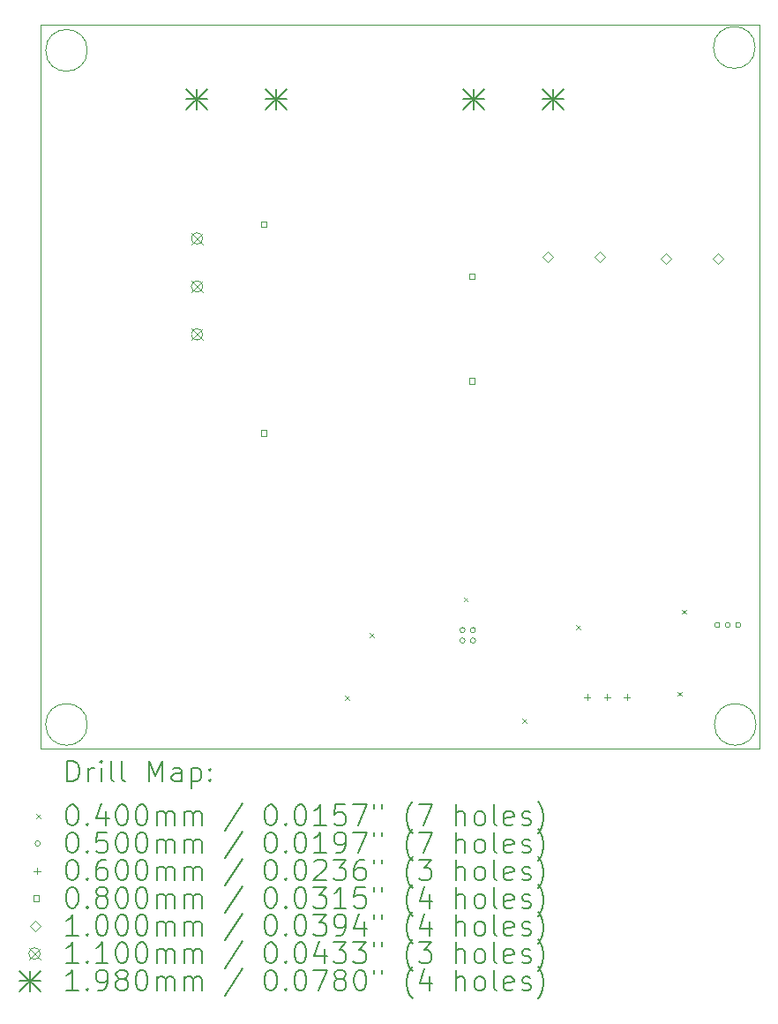
<source format=gbr>
%TF.GenerationSoftware,KiCad,Pcbnew,7.0.6*%
%TF.CreationDate,2023-11-30T23:32:07-05:00*%
%TF.ProjectId,TeslaCoil,5465736c-6143-46f6-996c-2e6b69636164,rev?*%
%TF.SameCoordinates,Original*%
%TF.FileFunction,Drillmap*%
%TF.FilePolarity,Positive*%
%FSLAX45Y45*%
G04 Gerber Fmt 4.5, Leading zero omitted, Abs format (unit mm)*
G04 Created by KiCad (PCBNEW 7.0.6) date 2023-11-30 23:32:07*
%MOMM*%
%LPD*%
G01*
G04 APERTURE LIST*
%ADD10C,0.100000*%
%ADD11C,0.050000*%
%ADD12C,0.200000*%
%ADD13C,0.040000*%
%ADD14C,0.060000*%
%ADD15C,0.080000*%
%ADD16C,0.110000*%
%ADD17C,0.198000*%
G04 APERTURE END LIST*
D10*
X14169000Y-12015000D02*
G75*
G03*
X14169000Y-12015000I-200000J0D01*
G01*
X14160000Y-5522000D02*
G75*
G03*
X14160000Y-5522000I-200000J0D01*
G01*
X7750000Y-12015000D02*
G75*
G03*
X7750000Y-12015000I-200000J0D01*
G01*
D11*
X7300000Y-5300000D02*
X14200000Y-5300000D01*
X14200000Y-12250000D01*
X7300000Y-12250000D01*
X7300000Y-5300000D01*
D10*
X7750000Y-5550000D02*
G75*
G03*
X7750000Y-5550000I-200000J0D01*
G01*
D12*
D13*
X10226000Y-11739000D02*
X10266000Y-11779000D01*
X10266000Y-11739000D02*
X10226000Y-11779000D01*
X10458000Y-11138000D02*
X10498000Y-11178000D01*
X10498000Y-11138000D02*
X10458000Y-11178000D01*
X11363000Y-10795000D02*
X11403000Y-10835000D01*
X11403000Y-10795000D02*
X11363000Y-10835000D01*
X11927000Y-11957000D02*
X11967000Y-11997000D01*
X11967000Y-11957000D02*
X11927000Y-11997000D01*
X12444000Y-11063000D02*
X12484000Y-11103000D01*
X12484000Y-11063000D02*
X12444000Y-11103000D01*
X13416000Y-11702000D02*
X13456000Y-11742000D01*
X13456000Y-11702000D02*
X13416000Y-11742000D01*
X13456000Y-10914000D02*
X13496000Y-10954000D01*
X13496000Y-10914000D02*
X13456000Y-10954000D01*
D11*
X11376000Y-11110000D02*
G75*
G03*
X11376000Y-11110000I-25000J0D01*
G01*
X11376000Y-11210000D02*
G75*
G03*
X11376000Y-11210000I-25000J0D01*
G01*
X11476000Y-11110000D02*
G75*
G03*
X11476000Y-11110000I-25000J0D01*
G01*
X11476000Y-11210000D02*
G75*
G03*
X11476000Y-11210000I-25000J0D01*
G01*
X13822000Y-11061000D02*
G75*
G03*
X13822000Y-11061000I-25000J0D01*
G01*
X13922000Y-11061000D02*
G75*
G03*
X13922000Y-11061000I-25000J0D01*
G01*
X14022000Y-11061000D02*
G75*
G03*
X14022000Y-11061000I-25000J0D01*
G01*
D14*
X12547500Y-11725000D02*
X12547500Y-11785000D01*
X12517500Y-11755000D02*
X12577500Y-11755000D01*
X12738000Y-11725000D02*
X12738000Y-11785000D01*
X12708000Y-11755000D02*
X12768000Y-11755000D01*
X12928500Y-11725000D02*
X12928500Y-11785000D01*
X12898500Y-11755000D02*
X12958500Y-11755000D01*
D15*
X9470285Y-7246284D02*
X9470285Y-7189715D01*
X9413716Y-7189715D01*
X9413716Y-7246284D01*
X9470285Y-7246284D01*
X9470285Y-9246285D02*
X9470285Y-9189716D01*
X9413716Y-9189716D01*
X9413716Y-9246285D01*
X9470285Y-9246285D01*
X11470284Y-7746284D02*
X11470284Y-7689715D01*
X11413715Y-7689715D01*
X11413715Y-7746284D01*
X11470284Y-7746284D01*
X11470284Y-8746285D02*
X11470284Y-8689716D01*
X11413715Y-8689716D01*
X11413715Y-8746285D01*
X11470284Y-8746285D01*
D10*
X12172000Y-7579000D02*
X12222000Y-7529000D01*
X12172000Y-7479000D01*
X12122000Y-7529000D01*
X12172000Y-7579000D01*
X12672000Y-7579000D02*
X12722000Y-7529000D01*
X12672000Y-7479000D01*
X12622000Y-7529000D01*
X12672000Y-7579000D01*
X13301000Y-7600000D02*
X13351000Y-7550000D01*
X13301000Y-7500000D01*
X13251000Y-7550000D01*
X13301000Y-7600000D01*
X13801000Y-7600000D02*
X13851000Y-7550000D01*
X13801000Y-7500000D01*
X13751000Y-7550000D01*
X13801000Y-7600000D01*
D16*
X8748000Y-7299000D02*
X8858000Y-7409000D01*
X8858000Y-7299000D02*
X8748000Y-7409000D01*
X8858000Y-7354000D02*
G75*
G03*
X8858000Y-7354000I-55000J0D01*
G01*
X8748000Y-7759000D02*
X8858000Y-7869000D01*
X8858000Y-7759000D02*
X8748000Y-7869000D01*
X8858000Y-7814000D02*
G75*
G03*
X8858000Y-7814000I-55000J0D01*
G01*
X8748000Y-8219000D02*
X8858000Y-8329000D01*
X8858000Y-8219000D02*
X8748000Y-8329000D01*
X8858000Y-8274000D02*
G75*
G03*
X8858000Y-8274000I-55000J0D01*
G01*
D17*
X8699500Y-5918000D02*
X8897500Y-6116000D01*
X8897500Y-5918000D02*
X8699500Y-6116000D01*
X8798500Y-5918000D02*
X8798500Y-6116000D01*
X8699500Y-6017000D02*
X8897500Y-6017000D01*
X9461500Y-5918000D02*
X9659500Y-6116000D01*
X9659500Y-5918000D02*
X9461500Y-6116000D01*
X9560500Y-5918000D02*
X9560500Y-6116000D01*
X9461500Y-6017000D02*
X9659500Y-6017000D01*
X11358500Y-5918000D02*
X11556500Y-6116000D01*
X11556500Y-5918000D02*
X11358500Y-6116000D01*
X11457500Y-5918000D02*
X11457500Y-6116000D01*
X11358500Y-6017000D02*
X11556500Y-6017000D01*
X12120500Y-5918000D02*
X12318500Y-6116000D01*
X12318500Y-5918000D02*
X12120500Y-6116000D01*
X12219500Y-5918000D02*
X12219500Y-6116000D01*
X12120500Y-6017000D02*
X12318500Y-6017000D01*
D12*
X7558277Y-12563984D02*
X7558277Y-12363984D01*
X7558277Y-12363984D02*
X7605896Y-12363984D01*
X7605896Y-12363984D02*
X7634467Y-12373508D01*
X7634467Y-12373508D02*
X7653515Y-12392555D01*
X7653515Y-12392555D02*
X7663039Y-12411603D01*
X7663039Y-12411603D02*
X7672562Y-12449698D01*
X7672562Y-12449698D02*
X7672562Y-12478269D01*
X7672562Y-12478269D02*
X7663039Y-12516365D01*
X7663039Y-12516365D02*
X7653515Y-12535412D01*
X7653515Y-12535412D02*
X7634467Y-12554460D01*
X7634467Y-12554460D02*
X7605896Y-12563984D01*
X7605896Y-12563984D02*
X7558277Y-12563984D01*
X7758277Y-12563984D02*
X7758277Y-12430650D01*
X7758277Y-12468746D02*
X7767801Y-12449698D01*
X7767801Y-12449698D02*
X7777324Y-12440174D01*
X7777324Y-12440174D02*
X7796372Y-12430650D01*
X7796372Y-12430650D02*
X7815420Y-12430650D01*
X7882086Y-12563984D02*
X7882086Y-12430650D01*
X7882086Y-12363984D02*
X7872562Y-12373508D01*
X7872562Y-12373508D02*
X7882086Y-12383031D01*
X7882086Y-12383031D02*
X7891610Y-12373508D01*
X7891610Y-12373508D02*
X7882086Y-12363984D01*
X7882086Y-12363984D02*
X7882086Y-12383031D01*
X8005896Y-12563984D02*
X7986848Y-12554460D01*
X7986848Y-12554460D02*
X7977324Y-12535412D01*
X7977324Y-12535412D02*
X7977324Y-12363984D01*
X8110658Y-12563984D02*
X8091610Y-12554460D01*
X8091610Y-12554460D02*
X8082086Y-12535412D01*
X8082086Y-12535412D02*
X8082086Y-12363984D01*
X8339229Y-12563984D02*
X8339229Y-12363984D01*
X8339229Y-12363984D02*
X8405896Y-12506841D01*
X8405896Y-12506841D02*
X8472563Y-12363984D01*
X8472563Y-12363984D02*
X8472563Y-12563984D01*
X8653515Y-12563984D02*
X8653515Y-12459222D01*
X8653515Y-12459222D02*
X8643991Y-12440174D01*
X8643991Y-12440174D02*
X8624944Y-12430650D01*
X8624944Y-12430650D02*
X8586848Y-12430650D01*
X8586848Y-12430650D02*
X8567801Y-12440174D01*
X8653515Y-12554460D02*
X8634467Y-12563984D01*
X8634467Y-12563984D02*
X8586848Y-12563984D01*
X8586848Y-12563984D02*
X8567801Y-12554460D01*
X8567801Y-12554460D02*
X8558277Y-12535412D01*
X8558277Y-12535412D02*
X8558277Y-12516365D01*
X8558277Y-12516365D02*
X8567801Y-12497317D01*
X8567801Y-12497317D02*
X8586848Y-12487793D01*
X8586848Y-12487793D02*
X8634467Y-12487793D01*
X8634467Y-12487793D02*
X8653515Y-12478269D01*
X8748753Y-12430650D02*
X8748753Y-12630650D01*
X8748753Y-12440174D02*
X8767801Y-12430650D01*
X8767801Y-12430650D02*
X8805896Y-12430650D01*
X8805896Y-12430650D02*
X8824944Y-12440174D01*
X8824944Y-12440174D02*
X8834467Y-12449698D01*
X8834467Y-12449698D02*
X8843991Y-12468746D01*
X8843991Y-12468746D02*
X8843991Y-12525888D01*
X8843991Y-12525888D02*
X8834467Y-12544936D01*
X8834467Y-12544936D02*
X8824944Y-12554460D01*
X8824944Y-12554460D02*
X8805896Y-12563984D01*
X8805896Y-12563984D02*
X8767801Y-12563984D01*
X8767801Y-12563984D02*
X8748753Y-12554460D01*
X8929705Y-12544936D02*
X8939229Y-12554460D01*
X8939229Y-12554460D02*
X8929705Y-12563984D01*
X8929705Y-12563984D02*
X8920182Y-12554460D01*
X8920182Y-12554460D02*
X8929705Y-12544936D01*
X8929705Y-12544936D02*
X8929705Y-12563984D01*
X8929705Y-12440174D02*
X8939229Y-12449698D01*
X8939229Y-12449698D02*
X8929705Y-12459222D01*
X8929705Y-12459222D02*
X8920182Y-12449698D01*
X8920182Y-12449698D02*
X8929705Y-12440174D01*
X8929705Y-12440174D02*
X8929705Y-12459222D01*
D13*
X7257500Y-12872500D02*
X7297500Y-12912500D01*
X7297500Y-12872500D02*
X7257500Y-12912500D01*
D12*
X7596372Y-12783984D02*
X7615420Y-12783984D01*
X7615420Y-12783984D02*
X7634467Y-12793508D01*
X7634467Y-12793508D02*
X7643991Y-12803031D01*
X7643991Y-12803031D02*
X7653515Y-12822079D01*
X7653515Y-12822079D02*
X7663039Y-12860174D01*
X7663039Y-12860174D02*
X7663039Y-12907793D01*
X7663039Y-12907793D02*
X7653515Y-12945888D01*
X7653515Y-12945888D02*
X7643991Y-12964936D01*
X7643991Y-12964936D02*
X7634467Y-12974460D01*
X7634467Y-12974460D02*
X7615420Y-12983984D01*
X7615420Y-12983984D02*
X7596372Y-12983984D01*
X7596372Y-12983984D02*
X7577324Y-12974460D01*
X7577324Y-12974460D02*
X7567801Y-12964936D01*
X7567801Y-12964936D02*
X7558277Y-12945888D01*
X7558277Y-12945888D02*
X7548753Y-12907793D01*
X7548753Y-12907793D02*
X7548753Y-12860174D01*
X7548753Y-12860174D02*
X7558277Y-12822079D01*
X7558277Y-12822079D02*
X7567801Y-12803031D01*
X7567801Y-12803031D02*
X7577324Y-12793508D01*
X7577324Y-12793508D02*
X7596372Y-12783984D01*
X7748753Y-12964936D02*
X7758277Y-12974460D01*
X7758277Y-12974460D02*
X7748753Y-12983984D01*
X7748753Y-12983984D02*
X7739229Y-12974460D01*
X7739229Y-12974460D02*
X7748753Y-12964936D01*
X7748753Y-12964936D02*
X7748753Y-12983984D01*
X7929705Y-12850650D02*
X7929705Y-12983984D01*
X7882086Y-12774460D02*
X7834467Y-12917317D01*
X7834467Y-12917317D02*
X7958277Y-12917317D01*
X8072562Y-12783984D02*
X8091610Y-12783984D01*
X8091610Y-12783984D02*
X8110658Y-12793508D01*
X8110658Y-12793508D02*
X8120182Y-12803031D01*
X8120182Y-12803031D02*
X8129705Y-12822079D01*
X8129705Y-12822079D02*
X8139229Y-12860174D01*
X8139229Y-12860174D02*
X8139229Y-12907793D01*
X8139229Y-12907793D02*
X8129705Y-12945888D01*
X8129705Y-12945888D02*
X8120182Y-12964936D01*
X8120182Y-12964936D02*
X8110658Y-12974460D01*
X8110658Y-12974460D02*
X8091610Y-12983984D01*
X8091610Y-12983984D02*
X8072562Y-12983984D01*
X8072562Y-12983984D02*
X8053515Y-12974460D01*
X8053515Y-12974460D02*
X8043991Y-12964936D01*
X8043991Y-12964936D02*
X8034467Y-12945888D01*
X8034467Y-12945888D02*
X8024943Y-12907793D01*
X8024943Y-12907793D02*
X8024943Y-12860174D01*
X8024943Y-12860174D02*
X8034467Y-12822079D01*
X8034467Y-12822079D02*
X8043991Y-12803031D01*
X8043991Y-12803031D02*
X8053515Y-12793508D01*
X8053515Y-12793508D02*
X8072562Y-12783984D01*
X8263039Y-12783984D02*
X8282086Y-12783984D01*
X8282086Y-12783984D02*
X8301134Y-12793508D01*
X8301134Y-12793508D02*
X8310658Y-12803031D01*
X8310658Y-12803031D02*
X8320182Y-12822079D01*
X8320182Y-12822079D02*
X8329705Y-12860174D01*
X8329705Y-12860174D02*
X8329705Y-12907793D01*
X8329705Y-12907793D02*
X8320182Y-12945888D01*
X8320182Y-12945888D02*
X8310658Y-12964936D01*
X8310658Y-12964936D02*
X8301134Y-12974460D01*
X8301134Y-12974460D02*
X8282086Y-12983984D01*
X8282086Y-12983984D02*
X8263039Y-12983984D01*
X8263039Y-12983984D02*
X8243991Y-12974460D01*
X8243991Y-12974460D02*
X8234467Y-12964936D01*
X8234467Y-12964936D02*
X8224943Y-12945888D01*
X8224943Y-12945888D02*
X8215420Y-12907793D01*
X8215420Y-12907793D02*
X8215420Y-12860174D01*
X8215420Y-12860174D02*
X8224943Y-12822079D01*
X8224943Y-12822079D02*
X8234467Y-12803031D01*
X8234467Y-12803031D02*
X8243991Y-12793508D01*
X8243991Y-12793508D02*
X8263039Y-12783984D01*
X8415420Y-12983984D02*
X8415420Y-12850650D01*
X8415420Y-12869698D02*
X8424944Y-12860174D01*
X8424944Y-12860174D02*
X8443991Y-12850650D01*
X8443991Y-12850650D02*
X8472563Y-12850650D01*
X8472563Y-12850650D02*
X8491610Y-12860174D01*
X8491610Y-12860174D02*
X8501134Y-12879222D01*
X8501134Y-12879222D02*
X8501134Y-12983984D01*
X8501134Y-12879222D02*
X8510658Y-12860174D01*
X8510658Y-12860174D02*
X8529705Y-12850650D01*
X8529705Y-12850650D02*
X8558277Y-12850650D01*
X8558277Y-12850650D02*
X8577325Y-12860174D01*
X8577325Y-12860174D02*
X8586848Y-12879222D01*
X8586848Y-12879222D02*
X8586848Y-12983984D01*
X8682086Y-12983984D02*
X8682086Y-12850650D01*
X8682086Y-12869698D02*
X8691610Y-12860174D01*
X8691610Y-12860174D02*
X8710658Y-12850650D01*
X8710658Y-12850650D02*
X8739229Y-12850650D01*
X8739229Y-12850650D02*
X8758277Y-12860174D01*
X8758277Y-12860174D02*
X8767801Y-12879222D01*
X8767801Y-12879222D02*
X8767801Y-12983984D01*
X8767801Y-12879222D02*
X8777325Y-12860174D01*
X8777325Y-12860174D02*
X8796372Y-12850650D01*
X8796372Y-12850650D02*
X8824944Y-12850650D01*
X8824944Y-12850650D02*
X8843991Y-12860174D01*
X8843991Y-12860174D02*
X8853515Y-12879222D01*
X8853515Y-12879222D02*
X8853515Y-12983984D01*
X9243991Y-12774460D02*
X9072563Y-13031603D01*
X9501134Y-12783984D02*
X9520182Y-12783984D01*
X9520182Y-12783984D02*
X9539229Y-12793508D01*
X9539229Y-12793508D02*
X9548753Y-12803031D01*
X9548753Y-12803031D02*
X9558277Y-12822079D01*
X9558277Y-12822079D02*
X9567801Y-12860174D01*
X9567801Y-12860174D02*
X9567801Y-12907793D01*
X9567801Y-12907793D02*
X9558277Y-12945888D01*
X9558277Y-12945888D02*
X9548753Y-12964936D01*
X9548753Y-12964936D02*
X9539229Y-12974460D01*
X9539229Y-12974460D02*
X9520182Y-12983984D01*
X9520182Y-12983984D02*
X9501134Y-12983984D01*
X9501134Y-12983984D02*
X9482087Y-12974460D01*
X9482087Y-12974460D02*
X9472563Y-12964936D01*
X9472563Y-12964936D02*
X9463039Y-12945888D01*
X9463039Y-12945888D02*
X9453515Y-12907793D01*
X9453515Y-12907793D02*
X9453515Y-12860174D01*
X9453515Y-12860174D02*
X9463039Y-12822079D01*
X9463039Y-12822079D02*
X9472563Y-12803031D01*
X9472563Y-12803031D02*
X9482087Y-12793508D01*
X9482087Y-12793508D02*
X9501134Y-12783984D01*
X9653515Y-12964936D02*
X9663039Y-12974460D01*
X9663039Y-12974460D02*
X9653515Y-12983984D01*
X9653515Y-12983984D02*
X9643991Y-12974460D01*
X9643991Y-12974460D02*
X9653515Y-12964936D01*
X9653515Y-12964936D02*
X9653515Y-12983984D01*
X9786848Y-12783984D02*
X9805896Y-12783984D01*
X9805896Y-12783984D02*
X9824944Y-12793508D01*
X9824944Y-12793508D02*
X9834468Y-12803031D01*
X9834468Y-12803031D02*
X9843991Y-12822079D01*
X9843991Y-12822079D02*
X9853515Y-12860174D01*
X9853515Y-12860174D02*
X9853515Y-12907793D01*
X9853515Y-12907793D02*
X9843991Y-12945888D01*
X9843991Y-12945888D02*
X9834468Y-12964936D01*
X9834468Y-12964936D02*
X9824944Y-12974460D01*
X9824944Y-12974460D02*
X9805896Y-12983984D01*
X9805896Y-12983984D02*
X9786848Y-12983984D01*
X9786848Y-12983984D02*
X9767801Y-12974460D01*
X9767801Y-12974460D02*
X9758277Y-12964936D01*
X9758277Y-12964936D02*
X9748753Y-12945888D01*
X9748753Y-12945888D02*
X9739229Y-12907793D01*
X9739229Y-12907793D02*
X9739229Y-12860174D01*
X9739229Y-12860174D02*
X9748753Y-12822079D01*
X9748753Y-12822079D02*
X9758277Y-12803031D01*
X9758277Y-12803031D02*
X9767801Y-12793508D01*
X9767801Y-12793508D02*
X9786848Y-12783984D01*
X10043991Y-12983984D02*
X9929706Y-12983984D01*
X9986848Y-12983984D02*
X9986848Y-12783984D01*
X9986848Y-12783984D02*
X9967801Y-12812555D01*
X9967801Y-12812555D02*
X9948753Y-12831603D01*
X9948753Y-12831603D02*
X9929706Y-12841127D01*
X10224944Y-12783984D02*
X10129706Y-12783984D01*
X10129706Y-12783984D02*
X10120182Y-12879222D01*
X10120182Y-12879222D02*
X10129706Y-12869698D01*
X10129706Y-12869698D02*
X10148753Y-12860174D01*
X10148753Y-12860174D02*
X10196372Y-12860174D01*
X10196372Y-12860174D02*
X10215420Y-12869698D01*
X10215420Y-12869698D02*
X10224944Y-12879222D01*
X10224944Y-12879222D02*
X10234468Y-12898269D01*
X10234468Y-12898269D02*
X10234468Y-12945888D01*
X10234468Y-12945888D02*
X10224944Y-12964936D01*
X10224944Y-12964936D02*
X10215420Y-12974460D01*
X10215420Y-12974460D02*
X10196372Y-12983984D01*
X10196372Y-12983984D02*
X10148753Y-12983984D01*
X10148753Y-12983984D02*
X10129706Y-12974460D01*
X10129706Y-12974460D02*
X10120182Y-12964936D01*
X10301134Y-12783984D02*
X10434468Y-12783984D01*
X10434468Y-12783984D02*
X10348753Y-12983984D01*
X10501134Y-12783984D02*
X10501134Y-12822079D01*
X10577325Y-12783984D02*
X10577325Y-12822079D01*
X10872563Y-13060174D02*
X10863039Y-13050650D01*
X10863039Y-13050650D02*
X10843991Y-13022079D01*
X10843991Y-13022079D02*
X10834468Y-13003031D01*
X10834468Y-13003031D02*
X10824944Y-12974460D01*
X10824944Y-12974460D02*
X10815420Y-12926841D01*
X10815420Y-12926841D02*
X10815420Y-12888746D01*
X10815420Y-12888746D02*
X10824944Y-12841127D01*
X10824944Y-12841127D02*
X10834468Y-12812555D01*
X10834468Y-12812555D02*
X10843991Y-12793508D01*
X10843991Y-12793508D02*
X10863039Y-12764936D01*
X10863039Y-12764936D02*
X10872563Y-12755412D01*
X10929706Y-12783984D02*
X11063039Y-12783984D01*
X11063039Y-12783984D02*
X10977325Y-12983984D01*
X11291610Y-12983984D02*
X11291610Y-12783984D01*
X11377325Y-12983984D02*
X11377325Y-12879222D01*
X11377325Y-12879222D02*
X11367801Y-12860174D01*
X11367801Y-12860174D02*
X11348753Y-12850650D01*
X11348753Y-12850650D02*
X11320182Y-12850650D01*
X11320182Y-12850650D02*
X11301134Y-12860174D01*
X11301134Y-12860174D02*
X11291610Y-12869698D01*
X11501134Y-12983984D02*
X11482087Y-12974460D01*
X11482087Y-12974460D02*
X11472563Y-12964936D01*
X11472563Y-12964936D02*
X11463039Y-12945888D01*
X11463039Y-12945888D02*
X11463039Y-12888746D01*
X11463039Y-12888746D02*
X11472563Y-12869698D01*
X11472563Y-12869698D02*
X11482087Y-12860174D01*
X11482087Y-12860174D02*
X11501134Y-12850650D01*
X11501134Y-12850650D02*
X11529706Y-12850650D01*
X11529706Y-12850650D02*
X11548753Y-12860174D01*
X11548753Y-12860174D02*
X11558277Y-12869698D01*
X11558277Y-12869698D02*
X11567801Y-12888746D01*
X11567801Y-12888746D02*
X11567801Y-12945888D01*
X11567801Y-12945888D02*
X11558277Y-12964936D01*
X11558277Y-12964936D02*
X11548753Y-12974460D01*
X11548753Y-12974460D02*
X11529706Y-12983984D01*
X11529706Y-12983984D02*
X11501134Y-12983984D01*
X11682087Y-12983984D02*
X11663039Y-12974460D01*
X11663039Y-12974460D02*
X11653515Y-12955412D01*
X11653515Y-12955412D02*
X11653515Y-12783984D01*
X11834468Y-12974460D02*
X11815420Y-12983984D01*
X11815420Y-12983984D02*
X11777325Y-12983984D01*
X11777325Y-12983984D02*
X11758277Y-12974460D01*
X11758277Y-12974460D02*
X11748753Y-12955412D01*
X11748753Y-12955412D02*
X11748753Y-12879222D01*
X11748753Y-12879222D02*
X11758277Y-12860174D01*
X11758277Y-12860174D02*
X11777325Y-12850650D01*
X11777325Y-12850650D02*
X11815420Y-12850650D01*
X11815420Y-12850650D02*
X11834468Y-12860174D01*
X11834468Y-12860174D02*
X11843991Y-12879222D01*
X11843991Y-12879222D02*
X11843991Y-12898269D01*
X11843991Y-12898269D02*
X11748753Y-12917317D01*
X11920182Y-12974460D02*
X11939230Y-12983984D01*
X11939230Y-12983984D02*
X11977325Y-12983984D01*
X11977325Y-12983984D02*
X11996372Y-12974460D01*
X11996372Y-12974460D02*
X12005896Y-12955412D01*
X12005896Y-12955412D02*
X12005896Y-12945888D01*
X12005896Y-12945888D02*
X11996372Y-12926841D01*
X11996372Y-12926841D02*
X11977325Y-12917317D01*
X11977325Y-12917317D02*
X11948753Y-12917317D01*
X11948753Y-12917317D02*
X11929706Y-12907793D01*
X11929706Y-12907793D02*
X11920182Y-12888746D01*
X11920182Y-12888746D02*
X11920182Y-12879222D01*
X11920182Y-12879222D02*
X11929706Y-12860174D01*
X11929706Y-12860174D02*
X11948753Y-12850650D01*
X11948753Y-12850650D02*
X11977325Y-12850650D01*
X11977325Y-12850650D02*
X11996372Y-12860174D01*
X12072563Y-13060174D02*
X12082087Y-13050650D01*
X12082087Y-13050650D02*
X12101134Y-13022079D01*
X12101134Y-13022079D02*
X12110658Y-13003031D01*
X12110658Y-13003031D02*
X12120182Y-12974460D01*
X12120182Y-12974460D02*
X12129706Y-12926841D01*
X12129706Y-12926841D02*
X12129706Y-12888746D01*
X12129706Y-12888746D02*
X12120182Y-12841127D01*
X12120182Y-12841127D02*
X12110658Y-12812555D01*
X12110658Y-12812555D02*
X12101134Y-12793508D01*
X12101134Y-12793508D02*
X12082087Y-12764936D01*
X12082087Y-12764936D02*
X12072563Y-12755412D01*
D11*
X7297500Y-13156500D02*
G75*
G03*
X7297500Y-13156500I-25000J0D01*
G01*
D12*
X7596372Y-13047984D02*
X7615420Y-13047984D01*
X7615420Y-13047984D02*
X7634467Y-13057508D01*
X7634467Y-13057508D02*
X7643991Y-13067031D01*
X7643991Y-13067031D02*
X7653515Y-13086079D01*
X7653515Y-13086079D02*
X7663039Y-13124174D01*
X7663039Y-13124174D02*
X7663039Y-13171793D01*
X7663039Y-13171793D02*
X7653515Y-13209888D01*
X7653515Y-13209888D02*
X7643991Y-13228936D01*
X7643991Y-13228936D02*
X7634467Y-13238460D01*
X7634467Y-13238460D02*
X7615420Y-13247984D01*
X7615420Y-13247984D02*
X7596372Y-13247984D01*
X7596372Y-13247984D02*
X7577324Y-13238460D01*
X7577324Y-13238460D02*
X7567801Y-13228936D01*
X7567801Y-13228936D02*
X7558277Y-13209888D01*
X7558277Y-13209888D02*
X7548753Y-13171793D01*
X7548753Y-13171793D02*
X7548753Y-13124174D01*
X7548753Y-13124174D02*
X7558277Y-13086079D01*
X7558277Y-13086079D02*
X7567801Y-13067031D01*
X7567801Y-13067031D02*
X7577324Y-13057508D01*
X7577324Y-13057508D02*
X7596372Y-13047984D01*
X7748753Y-13228936D02*
X7758277Y-13238460D01*
X7758277Y-13238460D02*
X7748753Y-13247984D01*
X7748753Y-13247984D02*
X7739229Y-13238460D01*
X7739229Y-13238460D02*
X7748753Y-13228936D01*
X7748753Y-13228936D02*
X7748753Y-13247984D01*
X7939229Y-13047984D02*
X7843991Y-13047984D01*
X7843991Y-13047984D02*
X7834467Y-13143222D01*
X7834467Y-13143222D02*
X7843991Y-13133698D01*
X7843991Y-13133698D02*
X7863039Y-13124174D01*
X7863039Y-13124174D02*
X7910658Y-13124174D01*
X7910658Y-13124174D02*
X7929705Y-13133698D01*
X7929705Y-13133698D02*
X7939229Y-13143222D01*
X7939229Y-13143222D02*
X7948753Y-13162269D01*
X7948753Y-13162269D02*
X7948753Y-13209888D01*
X7948753Y-13209888D02*
X7939229Y-13228936D01*
X7939229Y-13228936D02*
X7929705Y-13238460D01*
X7929705Y-13238460D02*
X7910658Y-13247984D01*
X7910658Y-13247984D02*
X7863039Y-13247984D01*
X7863039Y-13247984D02*
X7843991Y-13238460D01*
X7843991Y-13238460D02*
X7834467Y-13228936D01*
X8072562Y-13047984D02*
X8091610Y-13047984D01*
X8091610Y-13047984D02*
X8110658Y-13057508D01*
X8110658Y-13057508D02*
X8120182Y-13067031D01*
X8120182Y-13067031D02*
X8129705Y-13086079D01*
X8129705Y-13086079D02*
X8139229Y-13124174D01*
X8139229Y-13124174D02*
X8139229Y-13171793D01*
X8139229Y-13171793D02*
X8129705Y-13209888D01*
X8129705Y-13209888D02*
X8120182Y-13228936D01*
X8120182Y-13228936D02*
X8110658Y-13238460D01*
X8110658Y-13238460D02*
X8091610Y-13247984D01*
X8091610Y-13247984D02*
X8072562Y-13247984D01*
X8072562Y-13247984D02*
X8053515Y-13238460D01*
X8053515Y-13238460D02*
X8043991Y-13228936D01*
X8043991Y-13228936D02*
X8034467Y-13209888D01*
X8034467Y-13209888D02*
X8024943Y-13171793D01*
X8024943Y-13171793D02*
X8024943Y-13124174D01*
X8024943Y-13124174D02*
X8034467Y-13086079D01*
X8034467Y-13086079D02*
X8043991Y-13067031D01*
X8043991Y-13067031D02*
X8053515Y-13057508D01*
X8053515Y-13057508D02*
X8072562Y-13047984D01*
X8263039Y-13047984D02*
X8282086Y-13047984D01*
X8282086Y-13047984D02*
X8301134Y-13057508D01*
X8301134Y-13057508D02*
X8310658Y-13067031D01*
X8310658Y-13067031D02*
X8320182Y-13086079D01*
X8320182Y-13086079D02*
X8329705Y-13124174D01*
X8329705Y-13124174D02*
X8329705Y-13171793D01*
X8329705Y-13171793D02*
X8320182Y-13209888D01*
X8320182Y-13209888D02*
X8310658Y-13228936D01*
X8310658Y-13228936D02*
X8301134Y-13238460D01*
X8301134Y-13238460D02*
X8282086Y-13247984D01*
X8282086Y-13247984D02*
X8263039Y-13247984D01*
X8263039Y-13247984D02*
X8243991Y-13238460D01*
X8243991Y-13238460D02*
X8234467Y-13228936D01*
X8234467Y-13228936D02*
X8224943Y-13209888D01*
X8224943Y-13209888D02*
X8215420Y-13171793D01*
X8215420Y-13171793D02*
X8215420Y-13124174D01*
X8215420Y-13124174D02*
X8224943Y-13086079D01*
X8224943Y-13086079D02*
X8234467Y-13067031D01*
X8234467Y-13067031D02*
X8243991Y-13057508D01*
X8243991Y-13057508D02*
X8263039Y-13047984D01*
X8415420Y-13247984D02*
X8415420Y-13114650D01*
X8415420Y-13133698D02*
X8424944Y-13124174D01*
X8424944Y-13124174D02*
X8443991Y-13114650D01*
X8443991Y-13114650D02*
X8472563Y-13114650D01*
X8472563Y-13114650D02*
X8491610Y-13124174D01*
X8491610Y-13124174D02*
X8501134Y-13143222D01*
X8501134Y-13143222D02*
X8501134Y-13247984D01*
X8501134Y-13143222D02*
X8510658Y-13124174D01*
X8510658Y-13124174D02*
X8529705Y-13114650D01*
X8529705Y-13114650D02*
X8558277Y-13114650D01*
X8558277Y-13114650D02*
X8577325Y-13124174D01*
X8577325Y-13124174D02*
X8586848Y-13143222D01*
X8586848Y-13143222D02*
X8586848Y-13247984D01*
X8682086Y-13247984D02*
X8682086Y-13114650D01*
X8682086Y-13133698D02*
X8691610Y-13124174D01*
X8691610Y-13124174D02*
X8710658Y-13114650D01*
X8710658Y-13114650D02*
X8739229Y-13114650D01*
X8739229Y-13114650D02*
X8758277Y-13124174D01*
X8758277Y-13124174D02*
X8767801Y-13143222D01*
X8767801Y-13143222D02*
X8767801Y-13247984D01*
X8767801Y-13143222D02*
X8777325Y-13124174D01*
X8777325Y-13124174D02*
X8796372Y-13114650D01*
X8796372Y-13114650D02*
X8824944Y-13114650D01*
X8824944Y-13114650D02*
X8843991Y-13124174D01*
X8843991Y-13124174D02*
X8853515Y-13143222D01*
X8853515Y-13143222D02*
X8853515Y-13247984D01*
X9243991Y-13038460D02*
X9072563Y-13295603D01*
X9501134Y-13047984D02*
X9520182Y-13047984D01*
X9520182Y-13047984D02*
X9539229Y-13057508D01*
X9539229Y-13057508D02*
X9548753Y-13067031D01*
X9548753Y-13067031D02*
X9558277Y-13086079D01*
X9558277Y-13086079D02*
X9567801Y-13124174D01*
X9567801Y-13124174D02*
X9567801Y-13171793D01*
X9567801Y-13171793D02*
X9558277Y-13209888D01*
X9558277Y-13209888D02*
X9548753Y-13228936D01*
X9548753Y-13228936D02*
X9539229Y-13238460D01*
X9539229Y-13238460D02*
X9520182Y-13247984D01*
X9520182Y-13247984D02*
X9501134Y-13247984D01*
X9501134Y-13247984D02*
X9482087Y-13238460D01*
X9482087Y-13238460D02*
X9472563Y-13228936D01*
X9472563Y-13228936D02*
X9463039Y-13209888D01*
X9463039Y-13209888D02*
X9453515Y-13171793D01*
X9453515Y-13171793D02*
X9453515Y-13124174D01*
X9453515Y-13124174D02*
X9463039Y-13086079D01*
X9463039Y-13086079D02*
X9472563Y-13067031D01*
X9472563Y-13067031D02*
X9482087Y-13057508D01*
X9482087Y-13057508D02*
X9501134Y-13047984D01*
X9653515Y-13228936D02*
X9663039Y-13238460D01*
X9663039Y-13238460D02*
X9653515Y-13247984D01*
X9653515Y-13247984D02*
X9643991Y-13238460D01*
X9643991Y-13238460D02*
X9653515Y-13228936D01*
X9653515Y-13228936D02*
X9653515Y-13247984D01*
X9786848Y-13047984D02*
X9805896Y-13047984D01*
X9805896Y-13047984D02*
X9824944Y-13057508D01*
X9824944Y-13057508D02*
X9834468Y-13067031D01*
X9834468Y-13067031D02*
X9843991Y-13086079D01*
X9843991Y-13086079D02*
X9853515Y-13124174D01*
X9853515Y-13124174D02*
X9853515Y-13171793D01*
X9853515Y-13171793D02*
X9843991Y-13209888D01*
X9843991Y-13209888D02*
X9834468Y-13228936D01*
X9834468Y-13228936D02*
X9824944Y-13238460D01*
X9824944Y-13238460D02*
X9805896Y-13247984D01*
X9805896Y-13247984D02*
X9786848Y-13247984D01*
X9786848Y-13247984D02*
X9767801Y-13238460D01*
X9767801Y-13238460D02*
X9758277Y-13228936D01*
X9758277Y-13228936D02*
X9748753Y-13209888D01*
X9748753Y-13209888D02*
X9739229Y-13171793D01*
X9739229Y-13171793D02*
X9739229Y-13124174D01*
X9739229Y-13124174D02*
X9748753Y-13086079D01*
X9748753Y-13086079D02*
X9758277Y-13067031D01*
X9758277Y-13067031D02*
X9767801Y-13057508D01*
X9767801Y-13057508D02*
X9786848Y-13047984D01*
X10043991Y-13247984D02*
X9929706Y-13247984D01*
X9986848Y-13247984D02*
X9986848Y-13047984D01*
X9986848Y-13047984D02*
X9967801Y-13076555D01*
X9967801Y-13076555D02*
X9948753Y-13095603D01*
X9948753Y-13095603D02*
X9929706Y-13105127D01*
X10139229Y-13247984D02*
X10177325Y-13247984D01*
X10177325Y-13247984D02*
X10196372Y-13238460D01*
X10196372Y-13238460D02*
X10205896Y-13228936D01*
X10205896Y-13228936D02*
X10224944Y-13200365D01*
X10224944Y-13200365D02*
X10234468Y-13162269D01*
X10234468Y-13162269D02*
X10234468Y-13086079D01*
X10234468Y-13086079D02*
X10224944Y-13067031D01*
X10224944Y-13067031D02*
X10215420Y-13057508D01*
X10215420Y-13057508D02*
X10196372Y-13047984D01*
X10196372Y-13047984D02*
X10158277Y-13047984D01*
X10158277Y-13047984D02*
X10139229Y-13057508D01*
X10139229Y-13057508D02*
X10129706Y-13067031D01*
X10129706Y-13067031D02*
X10120182Y-13086079D01*
X10120182Y-13086079D02*
X10120182Y-13133698D01*
X10120182Y-13133698D02*
X10129706Y-13152746D01*
X10129706Y-13152746D02*
X10139229Y-13162269D01*
X10139229Y-13162269D02*
X10158277Y-13171793D01*
X10158277Y-13171793D02*
X10196372Y-13171793D01*
X10196372Y-13171793D02*
X10215420Y-13162269D01*
X10215420Y-13162269D02*
X10224944Y-13152746D01*
X10224944Y-13152746D02*
X10234468Y-13133698D01*
X10301134Y-13047984D02*
X10434468Y-13047984D01*
X10434468Y-13047984D02*
X10348753Y-13247984D01*
X10501134Y-13047984D02*
X10501134Y-13086079D01*
X10577325Y-13047984D02*
X10577325Y-13086079D01*
X10872563Y-13324174D02*
X10863039Y-13314650D01*
X10863039Y-13314650D02*
X10843991Y-13286079D01*
X10843991Y-13286079D02*
X10834468Y-13267031D01*
X10834468Y-13267031D02*
X10824944Y-13238460D01*
X10824944Y-13238460D02*
X10815420Y-13190841D01*
X10815420Y-13190841D02*
X10815420Y-13152746D01*
X10815420Y-13152746D02*
X10824944Y-13105127D01*
X10824944Y-13105127D02*
X10834468Y-13076555D01*
X10834468Y-13076555D02*
X10843991Y-13057508D01*
X10843991Y-13057508D02*
X10863039Y-13028936D01*
X10863039Y-13028936D02*
X10872563Y-13019412D01*
X10929706Y-13047984D02*
X11063039Y-13047984D01*
X11063039Y-13047984D02*
X10977325Y-13247984D01*
X11291610Y-13247984D02*
X11291610Y-13047984D01*
X11377325Y-13247984D02*
X11377325Y-13143222D01*
X11377325Y-13143222D02*
X11367801Y-13124174D01*
X11367801Y-13124174D02*
X11348753Y-13114650D01*
X11348753Y-13114650D02*
X11320182Y-13114650D01*
X11320182Y-13114650D02*
X11301134Y-13124174D01*
X11301134Y-13124174D02*
X11291610Y-13133698D01*
X11501134Y-13247984D02*
X11482087Y-13238460D01*
X11482087Y-13238460D02*
X11472563Y-13228936D01*
X11472563Y-13228936D02*
X11463039Y-13209888D01*
X11463039Y-13209888D02*
X11463039Y-13152746D01*
X11463039Y-13152746D02*
X11472563Y-13133698D01*
X11472563Y-13133698D02*
X11482087Y-13124174D01*
X11482087Y-13124174D02*
X11501134Y-13114650D01*
X11501134Y-13114650D02*
X11529706Y-13114650D01*
X11529706Y-13114650D02*
X11548753Y-13124174D01*
X11548753Y-13124174D02*
X11558277Y-13133698D01*
X11558277Y-13133698D02*
X11567801Y-13152746D01*
X11567801Y-13152746D02*
X11567801Y-13209888D01*
X11567801Y-13209888D02*
X11558277Y-13228936D01*
X11558277Y-13228936D02*
X11548753Y-13238460D01*
X11548753Y-13238460D02*
X11529706Y-13247984D01*
X11529706Y-13247984D02*
X11501134Y-13247984D01*
X11682087Y-13247984D02*
X11663039Y-13238460D01*
X11663039Y-13238460D02*
X11653515Y-13219412D01*
X11653515Y-13219412D02*
X11653515Y-13047984D01*
X11834468Y-13238460D02*
X11815420Y-13247984D01*
X11815420Y-13247984D02*
X11777325Y-13247984D01*
X11777325Y-13247984D02*
X11758277Y-13238460D01*
X11758277Y-13238460D02*
X11748753Y-13219412D01*
X11748753Y-13219412D02*
X11748753Y-13143222D01*
X11748753Y-13143222D02*
X11758277Y-13124174D01*
X11758277Y-13124174D02*
X11777325Y-13114650D01*
X11777325Y-13114650D02*
X11815420Y-13114650D01*
X11815420Y-13114650D02*
X11834468Y-13124174D01*
X11834468Y-13124174D02*
X11843991Y-13143222D01*
X11843991Y-13143222D02*
X11843991Y-13162269D01*
X11843991Y-13162269D02*
X11748753Y-13181317D01*
X11920182Y-13238460D02*
X11939230Y-13247984D01*
X11939230Y-13247984D02*
X11977325Y-13247984D01*
X11977325Y-13247984D02*
X11996372Y-13238460D01*
X11996372Y-13238460D02*
X12005896Y-13219412D01*
X12005896Y-13219412D02*
X12005896Y-13209888D01*
X12005896Y-13209888D02*
X11996372Y-13190841D01*
X11996372Y-13190841D02*
X11977325Y-13181317D01*
X11977325Y-13181317D02*
X11948753Y-13181317D01*
X11948753Y-13181317D02*
X11929706Y-13171793D01*
X11929706Y-13171793D02*
X11920182Y-13152746D01*
X11920182Y-13152746D02*
X11920182Y-13143222D01*
X11920182Y-13143222D02*
X11929706Y-13124174D01*
X11929706Y-13124174D02*
X11948753Y-13114650D01*
X11948753Y-13114650D02*
X11977325Y-13114650D01*
X11977325Y-13114650D02*
X11996372Y-13124174D01*
X12072563Y-13324174D02*
X12082087Y-13314650D01*
X12082087Y-13314650D02*
X12101134Y-13286079D01*
X12101134Y-13286079D02*
X12110658Y-13267031D01*
X12110658Y-13267031D02*
X12120182Y-13238460D01*
X12120182Y-13238460D02*
X12129706Y-13190841D01*
X12129706Y-13190841D02*
X12129706Y-13152746D01*
X12129706Y-13152746D02*
X12120182Y-13105127D01*
X12120182Y-13105127D02*
X12110658Y-13076555D01*
X12110658Y-13076555D02*
X12101134Y-13057508D01*
X12101134Y-13057508D02*
X12082087Y-13028936D01*
X12082087Y-13028936D02*
X12072563Y-13019412D01*
D14*
X7267500Y-13390500D02*
X7267500Y-13450500D01*
X7237500Y-13420500D02*
X7297500Y-13420500D01*
D12*
X7596372Y-13311984D02*
X7615420Y-13311984D01*
X7615420Y-13311984D02*
X7634467Y-13321508D01*
X7634467Y-13321508D02*
X7643991Y-13331031D01*
X7643991Y-13331031D02*
X7653515Y-13350079D01*
X7653515Y-13350079D02*
X7663039Y-13388174D01*
X7663039Y-13388174D02*
X7663039Y-13435793D01*
X7663039Y-13435793D02*
X7653515Y-13473888D01*
X7653515Y-13473888D02*
X7643991Y-13492936D01*
X7643991Y-13492936D02*
X7634467Y-13502460D01*
X7634467Y-13502460D02*
X7615420Y-13511984D01*
X7615420Y-13511984D02*
X7596372Y-13511984D01*
X7596372Y-13511984D02*
X7577324Y-13502460D01*
X7577324Y-13502460D02*
X7567801Y-13492936D01*
X7567801Y-13492936D02*
X7558277Y-13473888D01*
X7558277Y-13473888D02*
X7548753Y-13435793D01*
X7548753Y-13435793D02*
X7548753Y-13388174D01*
X7548753Y-13388174D02*
X7558277Y-13350079D01*
X7558277Y-13350079D02*
X7567801Y-13331031D01*
X7567801Y-13331031D02*
X7577324Y-13321508D01*
X7577324Y-13321508D02*
X7596372Y-13311984D01*
X7748753Y-13492936D02*
X7758277Y-13502460D01*
X7758277Y-13502460D02*
X7748753Y-13511984D01*
X7748753Y-13511984D02*
X7739229Y-13502460D01*
X7739229Y-13502460D02*
X7748753Y-13492936D01*
X7748753Y-13492936D02*
X7748753Y-13511984D01*
X7929705Y-13311984D02*
X7891610Y-13311984D01*
X7891610Y-13311984D02*
X7872562Y-13321508D01*
X7872562Y-13321508D02*
X7863039Y-13331031D01*
X7863039Y-13331031D02*
X7843991Y-13359603D01*
X7843991Y-13359603D02*
X7834467Y-13397698D01*
X7834467Y-13397698D02*
X7834467Y-13473888D01*
X7834467Y-13473888D02*
X7843991Y-13492936D01*
X7843991Y-13492936D02*
X7853515Y-13502460D01*
X7853515Y-13502460D02*
X7872562Y-13511984D01*
X7872562Y-13511984D02*
X7910658Y-13511984D01*
X7910658Y-13511984D02*
X7929705Y-13502460D01*
X7929705Y-13502460D02*
X7939229Y-13492936D01*
X7939229Y-13492936D02*
X7948753Y-13473888D01*
X7948753Y-13473888D02*
X7948753Y-13426269D01*
X7948753Y-13426269D02*
X7939229Y-13407222D01*
X7939229Y-13407222D02*
X7929705Y-13397698D01*
X7929705Y-13397698D02*
X7910658Y-13388174D01*
X7910658Y-13388174D02*
X7872562Y-13388174D01*
X7872562Y-13388174D02*
X7853515Y-13397698D01*
X7853515Y-13397698D02*
X7843991Y-13407222D01*
X7843991Y-13407222D02*
X7834467Y-13426269D01*
X8072562Y-13311984D02*
X8091610Y-13311984D01*
X8091610Y-13311984D02*
X8110658Y-13321508D01*
X8110658Y-13321508D02*
X8120182Y-13331031D01*
X8120182Y-13331031D02*
X8129705Y-13350079D01*
X8129705Y-13350079D02*
X8139229Y-13388174D01*
X8139229Y-13388174D02*
X8139229Y-13435793D01*
X8139229Y-13435793D02*
X8129705Y-13473888D01*
X8129705Y-13473888D02*
X8120182Y-13492936D01*
X8120182Y-13492936D02*
X8110658Y-13502460D01*
X8110658Y-13502460D02*
X8091610Y-13511984D01*
X8091610Y-13511984D02*
X8072562Y-13511984D01*
X8072562Y-13511984D02*
X8053515Y-13502460D01*
X8053515Y-13502460D02*
X8043991Y-13492936D01*
X8043991Y-13492936D02*
X8034467Y-13473888D01*
X8034467Y-13473888D02*
X8024943Y-13435793D01*
X8024943Y-13435793D02*
X8024943Y-13388174D01*
X8024943Y-13388174D02*
X8034467Y-13350079D01*
X8034467Y-13350079D02*
X8043991Y-13331031D01*
X8043991Y-13331031D02*
X8053515Y-13321508D01*
X8053515Y-13321508D02*
X8072562Y-13311984D01*
X8263039Y-13311984D02*
X8282086Y-13311984D01*
X8282086Y-13311984D02*
X8301134Y-13321508D01*
X8301134Y-13321508D02*
X8310658Y-13331031D01*
X8310658Y-13331031D02*
X8320182Y-13350079D01*
X8320182Y-13350079D02*
X8329705Y-13388174D01*
X8329705Y-13388174D02*
X8329705Y-13435793D01*
X8329705Y-13435793D02*
X8320182Y-13473888D01*
X8320182Y-13473888D02*
X8310658Y-13492936D01*
X8310658Y-13492936D02*
X8301134Y-13502460D01*
X8301134Y-13502460D02*
X8282086Y-13511984D01*
X8282086Y-13511984D02*
X8263039Y-13511984D01*
X8263039Y-13511984D02*
X8243991Y-13502460D01*
X8243991Y-13502460D02*
X8234467Y-13492936D01*
X8234467Y-13492936D02*
X8224943Y-13473888D01*
X8224943Y-13473888D02*
X8215420Y-13435793D01*
X8215420Y-13435793D02*
X8215420Y-13388174D01*
X8215420Y-13388174D02*
X8224943Y-13350079D01*
X8224943Y-13350079D02*
X8234467Y-13331031D01*
X8234467Y-13331031D02*
X8243991Y-13321508D01*
X8243991Y-13321508D02*
X8263039Y-13311984D01*
X8415420Y-13511984D02*
X8415420Y-13378650D01*
X8415420Y-13397698D02*
X8424944Y-13388174D01*
X8424944Y-13388174D02*
X8443991Y-13378650D01*
X8443991Y-13378650D02*
X8472563Y-13378650D01*
X8472563Y-13378650D02*
X8491610Y-13388174D01*
X8491610Y-13388174D02*
X8501134Y-13407222D01*
X8501134Y-13407222D02*
X8501134Y-13511984D01*
X8501134Y-13407222D02*
X8510658Y-13388174D01*
X8510658Y-13388174D02*
X8529705Y-13378650D01*
X8529705Y-13378650D02*
X8558277Y-13378650D01*
X8558277Y-13378650D02*
X8577325Y-13388174D01*
X8577325Y-13388174D02*
X8586848Y-13407222D01*
X8586848Y-13407222D02*
X8586848Y-13511984D01*
X8682086Y-13511984D02*
X8682086Y-13378650D01*
X8682086Y-13397698D02*
X8691610Y-13388174D01*
X8691610Y-13388174D02*
X8710658Y-13378650D01*
X8710658Y-13378650D02*
X8739229Y-13378650D01*
X8739229Y-13378650D02*
X8758277Y-13388174D01*
X8758277Y-13388174D02*
X8767801Y-13407222D01*
X8767801Y-13407222D02*
X8767801Y-13511984D01*
X8767801Y-13407222D02*
X8777325Y-13388174D01*
X8777325Y-13388174D02*
X8796372Y-13378650D01*
X8796372Y-13378650D02*
X8824944Y-13378650D01*
X8824944Y-13378650D02*
X8843991Y-13388174D01*
X8843991Y-13388174D02*
X8853515Y-13407222D01*
X8853515Y-13407222D02*
X8853515Y-13511984D01*
X9243991Y-13302460D02*
X9072563Y-13559603D01*
X9501134Y-13311984D02*
X9520182Y-13311984D01*
X9520182Y-13311984D02*
X9539229Y-13321508D01*
X9539229Y-13321508D02*
X9548753Y-13331031D01*
X9548753Y-13331031D02*
X9558277Y-13350079D01*
X9558277Y-13350079D02*
X9567801Y-13388174D01*
X9567801Y-13388174D02*
X9567801Y-13435793D01*
X9567801Y-13435793D02*
X9558277Y-13473888D01*
X9558277Y-13473888D02*
X9548753Y-13492936D01*
X9548753Y-13492936D02*
X9539229Y-13502460D01*
X9539229Y-13502460D02*
X9520182Y-13511984D01*
X9520182Y-13511984D02*
X9501134Y-13511984D01*
X9501134Y-13511984D02*
X9482087Y-13502460D01*
X9482087Y-13502460D02*
X9472563Y-13492936D01*
X9472563Y-13492936D02*
X9463039Y-13473888D01*
X9463039Y-13473888D02*
X9453515Y-13435793D01*
X9453515Y-13435793D02*
X9453515Y-13388174D01*
X9453515Y-13388174D02*
X9463039Y-13350079D01*
X9463039Y-13350079D02*
X9472563Y-13331031D01*
X9472563Y-13331031D02*
X9482087Y-13321508D01*
X9482087Y-13321508D02*
X9501134Y-13311984D01*
X9653515Y-13492936D02*
X9663039Y-13502460D01*
X9663039Y-13502460D02*
X9653515Y-13511984D01*
X9653515Y-13511984D02*
X9643991Y-13502460D01*
X9643991Y-13502460D02*
X9653515Y-13492936D01*
X9653515Y-13492936D02*
X9653515Y-13511984D01*
X9786848Y-13311984D02*
X9805896Y-13311984D01*
X9805896Y-13311984D02*
X9824944Y-13321508D01*
X9824944Y-13321508D02*
X9834468Y-13331031D01*
X9834468Y-13331031D02*
X9843991Y-13350079D01*
X9843991Y-13350079D02*
X9853515Y-13388174D01*
X9853515Y-13388174D02*
X9853515Y-13435793D01*
X9853515Y-13435793D02*
X9843991Y-13473888D01*
X9843991Y-13473888D02*
X9834468Y-13492936D01*
X9834468Y-13492936D02*
X9824944Y-13502460D01*
X9824944Y-13502460D02*
X9805896Y-13511984D01*
X9805896Y-13511984D02*
X9786848Y-13511984D01*
X9786848Y-13511984D02*
X9767801Y-13502460D01*
X9767801Y-13502460D02*
X9758277Y-13492936D01*
X9758277Y-13492936D02*
X9748753Y-13473888D01*
X9748753Y-13473888D02*
X9739229Y-13435793D01*
X9739229Y-13435793D02*
X9739229Y-13388174D01*
X9739229Y-13388174D02*
X9748753Y-13350079D01*
X9748753Y-13350079D02*
X9758277Y-13331031D01*
X9758277Y-13331031D02*
X9767801Y-13321508D01*
X9767801Y-13321508D02*
X9786848Y-13311984D01*
X9929706Y-13331031D02*
X9939229Y-13321508D01*
X9939229Y-13321508D02*
X9958277Y-13311984D01*
X9958277Y-13311984D02*
X10005896Y-13311984D01*
X10005896Y-13311984D02*
X10024944Y-13321508D01*
X10024944Y-13321508D02*
X10034468Y-13331031D01*
X10034468Y-13331031D02*
X10043991Y-13350079D01*
X10043991Y-13350079D02*
X10043991Y-13369127D01*
X10043991Y-13369127D02*
X10034468Y-13397698D01*
X10034468Y-13397698D02*
X9920182Y-13511984D01*
X9920182Y-13511984D02*
X10043991Y-13511984D01*
X10110658Y-13311984D02*
X10234468Y-13311984D01*
X10234468Y-13311984D02*
X10167801Y-13388174D01*
X10167801Y-13388174D02*
X10196372Y-13388174D01*
X10196372Y-13388174D02*
X10215420Y-13397698D01*
X10215420Y-13397698D02*
X10224944Y-13407222D01*
X10224944Y-13407222D02*
X10234468Y-13426269D01*
X10234468Y-13426269D02*
X10234468Y-13473888D01*
X10234468Y-13473888D02*
X10224944Y-13492936D01*
X10224944Y-13492936D02*
X10215420Y-13502460D01*
X10215420Y-13502460D02*
X10196372Y-13511984D01*
X10196372Y-13511984D02*
X10139229Y-13511984D01*
X10139229Y-13511984D02*
X10120182Y-13502460D01*
X10120182Y-13502460D02*
X10110658Y-13492936D01*
X10405896Y-13311984D02*
X10367801Y-13311984D01*
X10367801Y-13311984D02*
X10348753Y-13321508D01*
X10348753Y-13321508D02*
X10339229Y-13331031D01*
X10339229Y-13331031D02*
X10320182Y-13359603D01*
X10320182Y-13359603D02*
X10310658Y-13397698D01*
X10310658Y-13397698D02*
X10310658Y-13473888D01*
X10310658Y-13473888D02*
X10320182Y-13492936D01*
X10320182Y-13492936D02*
X10329706Y-13502460D01*
X10329706Y-13502460D02*
X10348753Y-13511984D01*
X10348753Y-13511984D02*
X10386849Y-13511984D01*
X10386849Y-13511984D02*
X10405896Y-13502460D01*
X10405896Y-13502460D02*
X10415420Y-13492936D01*
X10415420Y-13492936D02*
X10424944Y-13473888D01*
X10424944Y-13473888D02*
X10424944Y-13426269D01*
X10424944Y-13426269D02*
X10415420Y-13407222D01*
X10415420Y-13407222D02*
X10405896Y-13397698D01*
X10405896Y-13397698D02*
X10386849Y-13388174D01*
X10386849Y-13388174D02*
X10348753Y-13388174D01*
X10348753Y-13388174D02*
X10329706Y-13397698D01*
X10329706Y-13397698D02*
X10320182Y-13407222D01*
X10320182Y-13407222D02*
X10310658Y-13426269D01*
X10501134Y-13311984D02*
X10501134Y-13350079D01*
X10577325Y-13311984D02*
X10577325Y-13350079D01*
X10872563Y-13588174D02*
X10863039Y-13578650D01*
X10863039Y-13578650D02*
X10843991Y-13550079D01*
X10843991Y-13550079D02*
X10834468Y-13531031D01*
X10834468Y-13531031D02*
X10824944Y-13502460D01*
X10824944Y-13502460D02*
X10815420Y-13454841D01*
X10815420Y-13454841D02*
X10815420Y-13416746D01*
X10815420Y-13416746D02*
X10824944Y-13369127D01*
X10824944Y-13369127D02*
X10834468Y-13340555D01*
X10834468Y-13340555D02*
X10843991Y-13321508D01*
X10843991Y-13321508D02*
X10863039Y-13292936D01*
X10863039Y-13292936D02*
X10872563Y-13283412D01*
X10929706Y-13311984D02*
X11053515Y-13311984D01*
X11053515Y-13311984D02*
X10986849Y-13388174D01*
X10986849Y-13388174D02*
X11015420Y-13388174D01*
X11015420Y-13388174D02*
X11034468Y-13397698D01*
X11034468Y-13397698D02*
X11043991Y-13407222D01*
X11043991Y-13407222D02*
X11053515Y-13426269D01*
X11053515Y-13426269D02*
X11053515Y-13473888D01*
X11053515Y-13473888D02*
X11043991Y-13492936D01*
X11043991Y-13492936D02*
X11034468Y-13502460D01*
X11034468Y-13502460D02*
X11015420Y-13511984D01*
X11015420Y-13511984D02*
X10958277Y-13511984D01*
X10958277Y-13511984D02*
X10939230Y-13502460D01*
X10939230Y-13502460D02*
X10929706Y-13492936D01*
X11291610Y-13511984D02*
X11291610Y-13311984D01*
X11377325Y-13511984D02*
X11377325Y-13407222D01*
X11377325Y-13407222D02*
X11367801Y-13388174D01*
X11367801Y-13388174D02*
X11348753Y-13378650D01*
X11348753Y-13378650D02*
X11320182Y-13378650D01*
X11320182Y-13378650D02*
X11301134Y-13388174D01*
X11301134Y-13388174D02*
X11291610Y-13397698D01*
X11501134Y-13511984D02*
X11482087Y-13502460D01*
X11482087Y-13502460D02*
X11472563Y-13492936D01*
X11472563Y-13492936D02*
X11463039Y-13473888D01*
X11463039Y-13473888D02*
X11463039Y-13416746D01*
X11463039Y-13416746D02*
X11472563Y-13397698D01*
X11472563Y-13397698D02*
X11482087Y-13388174D01*
X11482087Y-13388174D02*
X11501134Y-13378650D01*
X11501134Y-13378650D02*
X11529706Y-13378650D01*
X11529706Y-13378650D02*
X11548753Y-13388174D01*
X11548753Y-13388174D02*
X11558277Y-13397698D01*
X11558277Y-13397698D02*
X11567801Y-13416746D01*
X11567801Y-13416746D02*
X11567801Y-13473888D01*
X11567801Y-13473888D02*
X11558277Y-13492936D01*
X11558277Y-13492936D02*
X11548753Y-13502460D01*
X11548753Y-13502460D02*
X11529706Y-13511984D01*
X11529706Y-13511984D02*
X11501134Y-13511984D01*
X11682087Y-13511984D02*
X11663039Y-13502460D01*
X11663039Y-13502460D02*
X11653515Y-13483412D01*
X11653515Y-13483412D02*
X11653515Y-13311984D01*
X11834468Y-13502460D02*
X11815420Y-13511984D01*
X11815420Y-13511984D02*
X11777325Y-13511984D01*
X11777325Y-13511984D02*
X11758277Y-13502460D01*
X11758277Y-13502460D02*
X11748753Y-13483412D01*
X11748753Y-13483412D02*
X11748753Y-13407222D01*
X11748753Y-13407222D02*
X11758277Y-13388174D01*
X11758277Y-13388174D02*
X11777325Y-13378650D01*
X11777325Y-13378650D02*
X11815420Y-13378650D01*
X11815420Y-13378650D02*
X11834468Y-13388174D01*
X11834468Y-13388174D02*
X11843991Y-13407222D01*
X11843991Y-13407222D02*
X11843991Y-13426269D01*
X11843991Y-13426269D02*
X11748753Y-13445317D01*
X11920182Y-13502460D02*
X11939230Y-13511984D01*
X11939230Y-13511984D02*
X11977325Y-13511984D01*
X11977325Y-13511984D02*
X11996372Y-13502460D01*
X11996372Y-13502460D02*
X12005896Y-13483412D01*
X12005896Y-13483412D02*
X12005896Y-13473888D01*
X12005896Y-13473888D02*
X11996372Y-13454841D01*
X11996372Y-13454841D02*
X11977325Y-13445317D01*
X11977325Y-13445317D02*
X11948753Y-13445317D01*
X11948753Y-13445317D02*
X11929706Y-13435793D01*
X11929706Y-13435793D02*
X11920182Y-13416746D01*
X11920182Y-13416746D02*
X11920182Y-13407222D01*
X11920182Y-13407222D02*
X11929706Y-13388174D01*
X11929706Y-13388174D02*
X11948753Y-13378650D01*
X11948753Y-13378650D02*
X11977325Y-13378650D01*
X11977325Y-13378650D02*
X11996372Y-13388174D01*
X12072563Y-13588174D02*
X12082087Y-13578650D01*
X12082087Y-13578650D02*
X12101134Y-13550079D01*
X12101134Y-13550079D02*
X12110658Y-13531031D01*
X12110658Y-13531031D02*
X12120182Y-13502460D01*
X12120182Y-13502460D02*
X12129706Y-13454841D01*
X12129706Y-13454841D02*
X12129706Y-13416746D01*
X12129706Y-13416746D02*
X12120182Y-13369127D01*
X12120182Y-13369127D02*
X12110658Y-13340555D01*
X12110658Y-13340555D02*
X12101134Y-13321508D01*
X12101134Y-13321508D02*
X12082087Y-13292936D01*
X12082087Y-13292936D02*
X12072563Y-13283412D01*
D15*
X7285784Y-13712784D02*
X7285784Y-13656215D01*
X7229215Y-13656215D01*
X7229215Y-13712784D01*
X7285784Y-13712784D01*
D12*
X7596372Y-13575984D02*
X7615420Y-13575984D01*
X7615420Y-13575984D02*
X7634467Y-13585508D01*
X7634467Y-13585508D02*
X7643991Y-13595031D01*
X7643991Y-13595031D02*
X7653515Y-13614079D01*
X7653515Y-13614079D02*
X7663039Y-13652174D01*
X7663039Y-13652174D02*
X7663039Y-13699793D01*
X7663039Y-13699793D02*
X7653515Y-13737888D01*
X7653515Y-13737888D02*
X7643991Y-13756936D01*
X7643991Y-13756936D02*
X7634467Y-13766460D01*
X7634467Y-13766460D02*
X7615420Y-13775984D01*
X7615420Y-13775984D02*
X7596372Y-13775984D01*
X7596372Y-13775984D02*
X7577324Y-13766460D01*
X7577324Y-13766460D02*
X7567801Y-13756936D01*
X7567801Y-13756936D02*
X7558277Y-13737888D01*
X7558277Y-13737888D02*
X7548753Y-13699793D01*
X7548753Y-13699793D02*
X7548753Y-13652174D01*
X7548753Y-13652174D02*
X7558277Y-13614079D01*
X7558277Y-13614079D02*
X7567801Y-13595031D01*
X7567801Y-13595031D02*
X7577324Y-13585508D01*
X7577324Y-13585508D02*
X7596372Y-13575984D01*
X7748753Y-13756936D02*
X7758277Y-13766460D01*
X7758277Y-13766460D02*
X7748753Y-13775984D01*
X7748753Y-13775984D02*
X7739229Y-13766460D01*
X7739229Y-13766460D02*
X7748753Y-13756936D01*
X7748753Y-13756936D02*
X7748753Y-13775984D01*
X7872562Y-13661698D02*
X7853515Y-13652174D01*
X7853515Y-13652174D02*
X7843991Y-13642650D01*
X7843991Y-13642650D02*
X7834467Y-13623603D01*
X7834467Y-13623603D02*
X7834467Y-13614079D01*
X7834467Y-13614079D02*
X7843991Y-13595031D01*
X7843991Y-13595031D02*
X7853515Y-13585508D01*
X7853515Y-13585508D02*
X7872562Y-13575984D01*
X7872562Y-13575984D02*
X7910658Y-13575984D01*
X7910658Y-13575984D02*
X7929705Y-13585508D01*
X7929705Y-13585508D02*
X7939229Y-13595031D01*
X7939229Y-13595031D02*
X7948753Y-13614079D01*
X7948753Y-13614079D02*
X7948753Y-13623603D01*
X7948753Y-13623603D02*
X7939229Y-13642650D01*
X7939229Y-13642650D02*
X7929705Y-13652174D01*
X7929705Y-13652174D02*
X7910658Y-13661698D01*
X7910658Y-13661698D02*
X7872562Y-13661698D01*
X7872562Y-13661698D02*
X7853515Y-13671222D01*
X7853515Y-13671222D02*
X7843991Y-13680746D01*
X7843991Y-13680746D02*
X7834467Y-13699793D01*
X7834467Y-13699793D02*
X7834467Y-13737888D01*
X7834467Y-13737888D02*
X7843991Y-13756936D01*
X7843991Y-13756936D02*
X7853515Y-13766460D01*
X7853515Y-13766460D02*
X7872562Y-13775984D01*
X7872562Y-13775984D02*
X7910658Y-13775984D01*
X7910658Y-13775984D02*
X7929705Y-13766460D01*
X7929705Y-13766460D02*
X7939229Y-13756936D01*
X7939229Y-13756936D02*
X7948753Y-13737888D01*
X7948753Y-13737888D02*
X7948753Y-13699793D01*
X7948753Y-13699793D02*
X7939229Y-13680746D01*
X7939229Y-13680746D02*
X7929705Y-13671222D01*
X7929705Y-13671222D02*
X7910658Y-13661698D01*
X8072562Y-13575984D02*
X8091610Y-13575984D01*
X8091610Y-13575984D02*
X8110658Y-13585508D01*
X8110658Y-13585508D02*
X8120182Y-13595031D01*
X8120182Y-13595031D02*
X8129705Y-13614079D01*
X8129705Y-13614079D02*
X8139229Y-13652174D01*
X8139229Y-13652174D02*
X8139229Y-13699793D01*
X8139229Y-13699793D02*
X8129705Y-13737888D01*
X8129705Y-13737888D02*
X8120182Y-13756936D01*
X8120182Y-13756936D02*
X8110658Y-13766460D01*
X8110658Y-13766460D02*
X8091610Y-13775984D01*
X8091610Y-13775984D02*
X8072562Y-13775984D01*
X8072562Y-13775984D02*
X8053515Y-13766460D01*
X8053515Y-13766460D02*
X8043991Y-13756936D01*
X8043991Y-13756936D02*
X8034467Y-13737888D01*
X8034467Y-13737888D02*
X8024943Y-13699793D01*
X8024943Y-13699793D02*
X8024943Y-13652174D01*
X8024943Y-13652174D02*
X8034467Y-13614079D01*
X8034467Y-13614079D02*
X8043991Y-13595031D01*
X8043991Y-13595031D02*
X8053515Y-13585508D01*
X8053515Y-13585508D02*
X8072562Y-13575984D01*
X8263039Y-13575984D02*
X8282086Y-13575984D01*
X8282086Y-13575984D02*
X8301134Y-13585508D01*
X8301134Y-13585508D02*
X8310658Y-13595031D01*
X8310658Y-13595031D02*
X8320182Y-13614079D01*
X8320182Y-13614079D02*
X8329705Y-13652174D01*
X8329705Y-13652174D02*
X8329705Y-13699793D01*
X8329705Y-13699793D02*
X8320182Y-13737888D01*
X8320182Y-13737888D02*
X8310658Y-13756936D01*
X8310658Y-13756936D02*
X8301134Y-13766460D01*
X8301134Y-13766460D02*
X8282086Y-13775984D01*
X8282086Y-13775984D02*
X8263039Y-13775984D01*
X8263039Y-13775984D02*
X8243991Y-13766460D01*
X8243991Y-13766460D02*
X8234467Y-13756936D01*
X8234467Y-13756936D02*
X8224943Y-13737888D01*
X8224943Y-13737888D02*
X8215420Y-13699793D01*
X8215420Y-13699793D02*
X8215420Y-13652174D01*
X8215420Y-13652174D02*
X8224943Y-13614079D01*
X8224943Y-13614079D02*
X8234467Y-13595031D01*
X8234467Y-13595031D02*
X8243991Y-13585508D01*
X8243991Y-13585508D02*
X8263039Y-13575984D01*
X8415420Y-13775984D02*
X8415420Y-13642650D01*
X8415420Y-13661698D02*
X8424944Y-13652174D01*
X8424944Y-13652174D02*
X8443991Y-13642650D01*
X8443991Y-13642650D02*
X8472563Y-13642650D01*
X8472563Y-13642650D02*
X8491610Y-13652174D01*
X8491610Y-13652174D02*
X8501134Y-13671222D01*
X8501134Y-13671222D02*
X8501134Y-13775984D01*
X8501134Y-13671222D02*
X8510658Y-13652174D01*
X8510658Y-13652174D02*
X8529705Y-13642650D01*
X8529705Y-13642650D02*
X8558277Y-13642650D01*
X8558277Y-13642650D02*
X8577325Y-13652174D01*
X8577325Y-13652174D02*
X8586848Y-13671222D01*
X8586848Y-13671222D02*
X8586848Y-13775984D01*
X8682086Y-13775984D02*
X8682086Y-13642650D01*
X8682086Y-13661698D02*
X8691610Y-13652174D01*
X8691610Y-13652174D02*
X8710658Y-13642650D01*
X8710658Y-13642650D02*
X8739229Y-13642650D01*
X8739229Y-13642650D02*
X8758277Y-13652174D01*
X8758277Y-13652174D02*
X8767801Y-13671222D01*
X8767801Y-13671222D02*
X8767801Y-13775984D01*
X8767801Y-13671222D02*
X8777325Y-13652174D01*
X8777325Y-13652174D02*
X8796372Y-13642650D01*
X8796372Y-13642650D02*
X8824944Y-13642650D01*
X8824944Y-13642650D02*
X8843991Y-13652174D01*
X8843991Y-13652174D02*
X8853515Y-13671222D01*
X8853515Y-13671222D02*
X8853515Y-13775984D01*
X9243991Y-13566460D02*
X9072563Y-13823603D01*
X9501134Y-13575984D02*
X9520182Y-13575984D01*
X9520182Y-13575984D02*
X9539229Y-13585508D01*
X9539229Y-13585508D02*
X9548753Y-13595031D01*
X9548753Y-13595031D02*
X9558277Y-13614079D01*
X9558277Y-13614079D02*
X9567801Y-13652174D01*
X9567801Y-13652174D02*
X9567801Y-13699793D01*
X9567801Y-13699793D02*
X9558277Y-13737888D01*
X9558277Y-13737888D02*
X9548753Y-13756936D01*
X9548753Y-13756936D02*
X9539229Y-13766460D01*
X9539229Y-13766460D02*
X9520182Y-13775984D01*
X9520182Y-13775984D02*
X9501134Y-13775984D01*
X9501134Y-13775984D02*
X9482087Y-13766460D01*
X9482087Y-13766460D02*
X9472563Y-13756936D01*
X9472563Y-13756936D02*
X9463039Y-13737888D01*
X9463039Y-13737888D02*
X9453515Y-13699793D01*
X9453515Y-13699793D02*
X9453515Y-13652174D01*
X9453515Y-13652174D02*
X9463039Y-13614079D01*
X9463039Y-13614079D02*
X9472563Y-13595031D01*
X9472563Y-13595031D02*
X9482087Y-13585508D01*
X9482087Y-13585508D02*
X9501134Y-13575984D01*
X9653515Y-13756936D02*
X9663039Y-13766460D01*
X9663039Y-13766460D02*
X9653515Y-13775984D01*
X9653515Y-13775984D02*
X9643991Y-13766460D01*
X9643991Y-13766460D02*
X9653515Y-13756936D01*
X9653515Y-13756936D02*
X9653515Y-13775984D01*
X9786848Y-13575984D02*
X9805896Y-13575984D01*
X9805896Y-13575984D02*
X9824944Y-13585508D01*
X9824944Y-13585508D02*
X9834468Y-13595031D01*
X9834468Y-13595031D02*
X9843991Y-13614079D01*
X9843991Y-13614079D02*
X9853515Y-13652174D01*
X9853515Y-13652174D02*
X9853515Y-13699793D01*
X9853515Y-13699793D02*
X9843991Y-13737888D01*
X9843991Y-13737888D02*
X9834468Y-13756936D01*
X9834468Y-13756936D02*
X9824944Y-13766460D01*
X9824944Y-13766460D02*
X9805896Y-13775984D01*
X9805896Y-13775984D02*
X9786848Y-13775984D01*
X9786848Y-13775984D02*
X9767801Y-13766460D01*
X9767801Y-13766460D02*
X9758277Y-13756936D01*
X9758277Y-13756936D02*
X9748753Y-13737888D01*
X9748753Y-13737888D02*
X9739229Y-13699793D01*
X9739229Y-13699793D02*
X9739229Y-13652174D01*
X9739229Y-13652174D02*
X9748753Y-13614079D01*
X9748753Y-13614079D02*
X9758277Y-13595031D01*
X9758277Y-13595031D02*
X9767801Y-13585508D01*
X9767801Y-13585508D02*
X9786848Y-13575984D01*
X9920182Y-13575984D02*
X10043991Y-13575984D01*
X10043991Y-13575984D02*
X9977325Y-13652174D01*
X9977325Y-13652174D02*
X10005896Y-13652174D01*
X10005896Y-13652174D02*
X10024944Y-13661698D01*
X10024944Y-13661698D02*
X10034468Y-13671222D01*
X10034468Y-13671222D02*
X10043991Y-13690269D01*
X10043991Y-13690269D02*
X10043991Y-13737888D01*
X10043991Y-13737888D02*
X10034468Y-13756936D01*
X10034468Y-13756936D02*
X10024944Y-13766460D01*
X10024944Y-13766460D02*
X10005896Y-13775984D01*
X10005896Y-13775984D02*
X9948753Y-13775984D01*
X9948753Y-13775984D02*
X9929706Y-13766460D01*
X9929706Y-13766460D02*
X9920182Y-13756936D01*
X10234468Y-13775984D02*
X10120182Y-13775984D01*
X10177325Y-13775984D02*
X10177325Y-13575984D01*
X10177325Y-13575984D02*
X10158277Y-13604555D01*
X10158277Y-13604555D02*
X10139229Y-13623603D01*
X10139229Y-13623603D02*
X10120182Y-13633127D01*
X10415420Y-13575984D02*
X10320182Y-13575984D01*
X10320182Y-13575984D02*
X10310658Y-13671222D01*
X10310658Y-13671222D02*
X10320182Y-13661698D01*
X10320182Y-13661698D02*
X10339229Y-13652174D01*
X10339229Y-13652174D02*
X10386849Y-13652174D01*
X10386849Y-13652174D02*
X10405896Y-13661698D01*
X10405896Y-13661698D02*
X10415420Y-13671222D01*
X10415420Y-13671222D02*
X10424944Y-13690269D01*
X10424944Y-13690269D02*
X10424944Y-13737888D01*
X10424944Y-13737888D02*
X10415420Y-13756936D01*
X10415420Y-13756936D02*
X10405896Y-13766460D01*
X10405896Y-13766460D02*
X10386849Y-13775984D01*
X10386849Y-13775984D02*
X10339229Y-13775984D01*
X10339229Y-13775984D02*
X10320182Y-13766460D01*
X10320182Y-13766460D02*
X10310658Y-13756936D01*
X10501134Y-13575984D02*
X10501134Y-13614079D01*
X10577325Y-13575984D02*
X10577325Y-13614079D01*
X10872563Y-13852174D02*
X10863039Y-13842650D01*
X10863039Y-13842650D02*
X10843991Y-13814079D01*
X10843991Y-13814079D02*
X10834468Y-13795031D01*
X10834468Y-13795031D02*
X10824944Y-13766460D01*
X10824944Y-13766460D02*
X10815420Y-13718841D01*
X10815420Y-13718841D02*
X10815420Y-13680746D01*
X10815420Y-13680746D02*
X10824944Y-13633127D01*
X10824944Y-13633127D02*
X10834468Y-13604555D01*
X10834468Y-13604555D02*
X10843991Y-13585508D01*
X10843991Y-13585508D02*
X10863039Y-13556936D01*
X10863039Y-13556936D02*
X10872563Y-13547412D01*
X11034468Y-13642650D02*
X11034468Y-13775984D01*
X10986849Y-13566460D02*
X10939230Y-13709317D01*
X10939230Y-13709317D02*
X11063039Y-13709317D01*
X11291610Y-13775984D02*
X11291610Y-13575984D01*
X11377325Y-13775984D02*
X11377325Y-13671222D01*
X11377325Y-13671222D02*
X11367801Y-13652174D01*
X11367801Y-13652174D02*
X11348753Y-13642650D01*
X11348753Y-13642650D02*
X11320182Y-13642650D01*
X11320182Y-13642650D02*
X11301134Y-13652174D01*
X11301134Y-13652174D02*
X11291610Y-13661698D01*
X11501134Y-13775984D02*
X11482087Y-13766460D01*
X11482087Y-13766460D02*
X11472563Y-13756936D01*
X11472563Y-13756936D02*
X11463039Y-13737888D01*
X11463039Y-13737888D02*
X11463039Y-13680746D01*
X11463039Y-13680746D02*
X11472563Y-13661698D01*
X11472563Y-13661698D02*
X11482087Y-13652174D01*
X11482087Y-13652174D02*
X11501134Y-13642650D01*
X11501134Y-13642650D02*
X11529706Y-13642650D01*
X11529706Y-13642650D02*
X11548753Y-13652174D01*
X11548753Y-13652174D02*
X11558277Y-13661698D01*
X11558277Y-13661698D02*
X11567801Y-13680746D01*
X11567801Y-13680746D02*
X11567801Y-13737888D01*
X11567801Y-13737888D02*
X11558277Y-13756936D01*
X11558277Y-13756936D02*
X11548753Y-13766460D01*
X11548753Y-13766460D02*
X11529706Y-13775984D01*
X11529706Y-13775984D02*
X11501134Y-13775984D01*
X11682087Y-13775984D02*
X11663039Y-13766460D01*
X11663039Y-13766460D02*
X11653515Y-13747412D01*
X11653515Y-13747412D02*
X11653515Y-13575984D01*
X11834468Y-13766460D02*
X11815420Y-13775984D01*
X11815420Y-13775984D02*
X11777325Y-13775984D01*
X11777325Y-13775984D02*
X11758277Y-13766460D01*
X11758277Y-13766460D02*
X11748753Y-13747412D01*
X11748753Y-13747412D02*
X11748753Y-13671222D01*
X11748753Y-13671222D02*
X11758277Y-13652174D01*
X11758277Y-13652174D02*
X11777325Y-13642650D01*
X11777325Y-13642650D02*
X11815420Y-13642650D01*
X11815420Y-13642650D02*
X11834468Y-13652174D01*
X11834468Y-13652174D02*
X11843991Y-13671222D01*
X11843991Y-13671222D02*
X11843991Y-13690269D01*
X11843991Y-13690269D02*
X11748753Y-13709317D01*
X11920182Y-13766460D02*
X11939230Y-13775984D01*
X11939230Y-13775984D02*
X11977325Y-13775984D01*
X11977325Y-13775984D02*
X11996372Y-13766460D01*
X11996372Y-13766460D02*
X12005896Y-13747412D01*
X12005896Y-13747412D02*
X12005896Y-13737888D01*
X12005896Y-13737888D02*
X11996372Y-13718841D01*
X11996372Y-13718841D02*
X11977325Y-13709317D01*
X11977325Y-13709317D02*
X11948753Y-13709317D01*
X11948753Y-13709317D02*
X11929706Y-13699793D01*
X11929706Y-13699793D02*
X11920182Y-13680746D01*
X11920182Y-13680746D02*
X11920182Y-13671222D01*
X11920182Y-13671222D02*
X11929706Y-13652174D01*
X11929706Y-13652174D02*
X11948753Y-13642650D01*
X11948753Y-13642650D02*
X11977325Y-13642650D01*
X11977325Y-13642650D02*
X11996372Y-13652174D01*
X12072563Y-13852174D02*
X12082087Y-13842650D01*
X12082087Y-13842650D02*
X12101134Y-13814079D01*
X12101134Y-13814079D02*
X12110658Y-13795031D01*
X12110658Y-13795031D02*
X12120182Y-13766460D01*
X12120182Y-13766460D02*
X12129706Y-13718841D01*
X12129706Y-13718841D02*
X12129706Y-13680746D01*
X12129706Y-13680746D02*
X12120182Y-13633127D01*
X12120182Y-13633127D02*
X12110658Y-13604555D01*
X12110658Y-13604555D02*
X12101134Y-13585508D01*
X12101134Y-13585508D02*
X12082087Y-13556936D01*
X12082087Y-13556936D02*
X12072563Y-13547412D01*
D10*
X7247500Y-13998500D02*
X7297500Y-13948500D01*
X7247500Y-13898500D01*
X7197500Y-13948500D01*
X7247500Y-13998500D01*
D12*
X7663039Y-14039984D02*
X7548753Y-14039984D01*
X7605896Y-14039984D02*
X7605896Y-13839984D01*
X7605896Y-13839984D02*
X7586848Y-13868555D01*
X7586848Y-13868555D02*
X7567801Y-13887603D01*
X7567801Y-13887603D02*
X7548753Y-13897127D01*
X7748753Y-14020936D02*
X7758277Y-14030460D01*
X7758277Y-14030460D02*
X7748753Y-14039984D01*
X7748753Y-14039984D02*
X7739229Y-14030460D01*
X7739229Y-14030460D02*
X7748753Y-14020936D01*
X7748753Y-14020936D02*
X7748753Y-14039984D01*
X7882086Y-13839984D02*
X7901134Y-13839984D01*
X7901134Y-13839984D02*
X7920182Y-13849508D01*
X7920182Y-13849508D02*
X7929705Y-13859031D01*
X7929705Y-13859031D02*
X7939229Y-13878079D01*
X7939229Y-13878079D02*
X7948753Y-13916174D01*
X7948753Y-13916174D02*
X7948753Y-13963793D01*
X7948753Y-13963793D02*
X7939229Y-14001888D01*
X7939229Y-14001888D02*
X7929705Y-14020936D01*
X7929705Y-14020936D02*
X7920182Y-14030460D01*
X7920182Y-14030460D02*
X7901134Y-14039984D01*
X7901134Y-14039984D02*
X7882086Y-14039984D01*
X7882086Y-14039984D02*
X7863039Y-14030460D01*
X7863039Y-14030460D02*
X7853515Y-14020936D01*
X7853515Y-14020936D02*
X7843991Y-14001888D01*
X7843991Y-14001888D02*
X7834467Y-13963793D01*
X7834467Y-13963793D02*
X7834467Y-13916174D01*
X7834467Y-13916174D02*
X7843991Y-13878079D01*
X7843991Y-13878079D02*
X7853515Y-13859031D01*
X7853515Y-13859031D02*
X7863039Y-13849508D01*
X7863039Y-13849508D02*
X7882086Y-13839984D01*
X8072562Y-13839984D02*
X8091610Y-13839984D01*
X8091610Y-13839984D02*
X8110658Y-13849508D01*
X8110658Y-13849508D02*
X8120182Y-13859031D01*
X8120182Y-13859031D02*
X8129705Y-13878079D01*
X8129705Y-13878079D02*
X8139229Y-13916174D01*
X8139229Y-13916174D02*
X8139229Y-13963793D01*
X8139229Y-13963793D02*
X8129705Y-14001888D01*
X8129705Y-14001888D02*
X8120182Y-14020936D01*
X8120182Y-14020936D02*
X8110658Y-14030460D01*
X8110658Y-14030460D02*
X8091610Y-14039984D01*
X8091610Y-14039984D02*
X8072562Y-14039984D01*
X8072562Y-14039984D02*
X8053515Y-14030460D01*
X8053515Y-14030460D02*
X8043991Y-14020936D01*
X8043991Y-14020936D02*
X8034467Y-14001888D01*
X8034467Y-14001888D02*
X8024943Y-13963793D01*
X8024943Y-13963793D02*
X8024943Y-13916174D01*
X8024943Y-13916174D02*
X8034467Y-13878079D01*
X8034467Y-13878079D02*
X8043991Y-13859031D01*
X8043991Y-13859031D02*
X8053515Y-13849508D01*
X8053515Y-13849508D02*
X8072562Y-13839984D01*
X8263039Y-13839984D02*
X8282086Y-13839984D01*
X8282086Y-13839984D02*
X8301134Y-13849508D01*
X8301134Y-13849508D02*
X8310658Y-13859031D01*
X8310658Y-13859031D02*
X8320182Y-13878079D01*
X8320182Y-13878079D02*
X8329705Y-13916174D01*
X8329705Y-13916174D02*
X8329705Y-13963793D01*
X8329705Y-13963793D02*
X8320182Y-14001888D01*
X8320182Y-14001888D02*
X8310658Y-14020936D01*
X8310658Y-14020936D02*
X8301134Y-14030460D01*
X8301134Y-14030460D02*
X8282086Y-14039984D01*
X8282086Y-14039984D02*
X8263039Y-14039984D01*
X8263039Y-14039984D02*
X8243991Y-14030460D01*
X8243991Y-14030460D02*
X8234467Y-14020936D01*
X8234467Y-14020936D02*
X8224943Y-14001888D01*
X8224943Y-14001888D02*
X8215420Y-13963793D01*
X8215420Y-13963793D02*
X8215420Y-13916174D01*
X8215420Y-13916174D02*
X8224943Y-13878079D01*
X8224943Y-13878079D02*
X8234467Y-13859031D01*
X8234467Y-13859031D02*
X8243991Y-13849508D01*
X8243991Y-13849508D02*
X8263039Y-13839984D01*
X8415420Y-14039984D02*
X8415420Y-13906650D01*
X8415420Y-13925698D02*
X8424944Y-13916174D01*
X8424944Y-13916174D02*
X8443991Y-13906650D01*
X8443991Y-13906650D02*
X8472563Y-13906650D01*
X8472563Y-13906650D02*
X8491610Y-13916174D01*
X8491610Y-13916174D02*
X8501134Y-13935222D01*
X8501134Y-13935222D02*
X8501134Y-14039984D01*
X8501134Y-13935222D02*
X8510658Y-13916174D01*
X8510658Y-13916174D02*
X8529705Y-13906650D01*
X8529705Y-13906650D02*
X8558277Y-13906650D01*
X8558277Y-13906650D02*
X8577325Y-13916174D01*
X8577325Y-13916174D02*
X8586848Y-13935222D01*
X8586848Y-13935222D02*
X8586848Y-14039984D01*
X8682086Y-14039984D02*
X8682086Y-13906650D01*
X8682086Y-13925698D02*
X8691610Y-13916174D01*
X8691610Y-13916174D02*
X8710658Y-13906650D01*
X8710658Y-13906650D02*
X8739229Y-13906650D01*
X8739229Y-13906650D02*
X8758277Y-13916174D01*
X8758277Y-13916174D02*
X8767801Y-13935222D01*
X8767801Y-13935222D02*
X8767801Y-14039984D01*
X8767801Y-13935222D02*
X8777325Y-13916174D01*
X8777325Y-13916174D02*
X8796372Y-13906650D01*
X8796372Y-13906650D02*
X8824944Y-13906650D01*
X8824944Y-13906650D02*
X8843991Y-13916174D01*
X8843991Y-13916174D02*
X8853515Y-13935222D01*
X8853515Y-13935222D02*
X8853515Y-14039984D01*
X9243991Y-13830460D02*
X9072563Y-14087603D01*
X9501134Y-13839984D02*
X9520182Y-13839984D01*
X9520182Y-13839984D02*
X9539229Y-13849508D01*
X9539229Y-13849508D02*
X9548753Y-13859031D01*
X9548753Y-13859031D02*
X9558277Y-13878079D01*
X9558277Y-13878079D02*
X9567801Y-13916174D01*
X9567801Y-13916174D02*
X9567801Y-13963793D01*
X9567801Y-13963793D02*
X9558277Y-14001888D01*
X9558277Y-14001888D02*
X9548753Y-14020936D01*
X9548753Y-14020936D02*
X9539229Y-14030460D01*
X9539229Y-14030460D02*
X9520182Y-14039984D01*
X9520182Y-14039984D02*
X9501134Y-14039984D01*
X9501134Y-14039984D02*
X9482087Y-14030460D01*
X9482087Y-14030460D02*
X9472563Y-14020936D01*
X9472563Y-14020936D02*
X9463039Y-14001888D01*
X9463039Y-14001888D02*
X9453515Y-13963793D01*
X9453515Y-13963793D02*
X9453515Y-13916174D01*
X9453515Y-13916174D02*
X9463039Y-13878079D01*
X9463039Y-13878079D02*
X9472563Y-13859031D01*
X9472563Y-13859031D02*
X9482087Y-13849508D01*
X9482087Y-13849508D02*
X9501134Y-13839984D01*
X9653515Y-14020936D02*
X9663039Y-14030460D01*
X9663039Y-14030460D02*
X9653515Y-14039984D01*
X9653515Y-14039984D02*
X9643991Y-14030460D01*
X9643991Y-14030460D02*
X9653515Y-14020936D01*
X9653515Y-14020936D02*
X9653515Y-14039984D01*
X9786848Y-13839984D02*
X9805896Y-13839984D01*
X9805896Y-13839984D02*
X9824944Y-13849508D01*
X9824944Y-13849508D02*
X9834468Y-13859031D01*
X9834468Y-13859031D02*
X9843991Y-13878079D01*
X9843991Y-13878079D02*
X9853515Y-13916174D01*
X9853515Y-13916174D02*
X9853515Y-13963793D01*
X9853515Y-13963793D02*
X9843991Y-14001888D01*
X9843991Y-14001888D02*
X9834468Y-14020936D01*
X9834468Y-14020936D02*
X9824944Y-14030460D01*
X9824944Y-14030460D02*
X9805896Y-14039984D01*
X9805896Y-14039984D02*
X9786848Y-14039984D01*
X9786848Y-14039984D02*
X9767801Y-14030460D01*
X9767801Y-14030460D02*
X9758277Y-14020936D01*
X9758277Y-14020936D02*
X9748753Y-14001888D01*
X9748753Y-14001888D02*
X9739229Y-13963793D01*
X9739229Y-13963793D02*
X9739229Y-13916174D01*
X9739229Y-13916174D02*
X9748753Y-13878079D01*
X9748753Y-13878079D02*
X9758277Y-13859031D01*
X9758277Y-13859031D02*
X9767801Y-13849508D01*
X9767801Y-13849508D02*
X9786848Y-13839984D01*
X9920182Y-13839984D02*
X10043991Y-13839984D01*
X10043991Y-13839984D02*
X9977325Y-13916174D01*
X9977325Y-13916174D02*
X10005896Y-13916174D01*
X10005896Y-13916174D02*
X10024944Y-13925698D01*
X10024944Y-13925698D02*
X10034468Y-13935222D01*
X10034468Y-13935222D02*
X10043991Y-13954269D01*
X10043991Y-13954269D02*
X10043991Y-14001888D01*
X10043991Y-14001888D02*
X10034468Y-14020936D01*
X10034468Y-14020936D02*
X10024944Y-14030460D01*
X10024944Y-14030460D02*
X10005896Y-14039984D01*
X10005896Y-14039984D02*
X9948753Y-14039984D01*
X9948753Y-14039984D02*
X9929706Y-14030460D01*
X9929706Y-14030460D02*
X9920182Y-14020936D01*
X10139229Y-14039984D02*
X10177325Y-14039984D01*
X10177325Y-14039984D02*
X10196372Y-14030460D01*
X10196372Y-14030460D02*
X10205896Y-14020936D01*
X10205896Y-14020936D02*
X10224944Y-13992365D01*
X10224944Y-13992365D02*
X10234468Y-13954269D01*
X10234468Y-13954269D02*
X10234468Y-13878079D01*
X10234468Y-13878079D02*
X10224944Y-13859031D01*
X10224944Y-13859031D02*
X10215420Y-13849508D01*
X10215420Y-13849508D02*
X10196372Y-13839984D01*
X10196372Y-13839984D02*
X10158277Y-13839984D01*
X10158277Y-13839984D02*
X10139229Y-13849508D01*
X10139229Y-13849508D02*
X10129706Y-13859031D01*
X10129706Y-13859031D02*
X10120182Y-13878079D01*
X10120182Y-13878079D02*
X10120182Y-13925698D01*
X10120182Y-13925698D02*
X10129706Y-13944746D01*
X10129706Y-13944746D02*
X10139229Y-13954269D01*
X10139229Y-13954269D02*
X10158277Y-13963793D01*
X10158277Y-13963793D02*
X10196372Y-13963793D01*
X10196372Y-13963793D02*
X10215420Y-13954269D01*
X10215420Y-13954269D02*
X10224944Y-13944746D01*
X10224944Y-13944746D02*
X10234468Y-13925698D01*
X10405896Y-13906650D02*
X10405896Y-14039984D01*
X10358277Y-13830460D02*
X10310658Y-13973317D01*
X10310658Y-13973317D02*
X10434468Y-13973317D01*
X10501134Y-13839984D02*
X10501134Y-13878079D01*
X10577325Y-13839984D02*
X10577325Y-13878079D01*
X10872563Y-14116174D02*
X10863039Y-14106650D01*
X10863039Y-14106650D02*
X10843991Y-14078079D01*
X10843991Y-14078079D02*
X10834468Y-14059031D01*
X10834468Y-14059031D02*
X10824944Y-14030460D01*
X10824944Y-14030460D02*
X10815420Y-13982841D01*
X10815420Y-13982841D02*
X10815420Y-13944746D01*
X10815420Y-13944746D02*
X10824944Y-13897127D01*
X10824944Y-13897127D02*
X10834468Y-13868555D01*
X10834468Y-13868555D02*
X10843991Y-13849508D01*
X10843991Y-13849508D02*
X10863039Y-13820936D01*
X10863039Y-13820936D02*
X10872563Y-13811412D01*
X11034468Y-13906650D02*
X11034468Y-14039984D01*
X10986849Y-13830460D02*
X10939230Y-13973317D01*
X10939230Y-13973317D02*
X11063039Y-13973317D01*
X11291610Y-14039984D02*
X11291610Y-13839984D01*
X11377325Y-14039984D02*
X11377325Y-13935222D01*
X11377325Y-13935222D02*
X11367801Y-13916174D01*
X11367801Y-13916174D02*
X11348753Y-13906650D01*
X11348753Y-13906650D02*
X11320182Y-13906650D01*
X11320182Y-13906650D02*
X11301134Y-13916174D01*
X11301134Y-13916174D02*
X11291610Y-13925698D01*
X11501134Y-14039984D02*
X11482087Y-14030460D01*
X11482087Y-14030460D02*
X11472563Y-14020936D01*
X11472563Y-14020936D02*
X11463039Y-14001888D01*
X11463039Y-14001888D02*
X11463039Y-13944746D01*
X11463039Y-13944746D02*
X11472563Y-13925698D01*
X11472563Y-13925698D02*
X11482087Y-13916174D01*
X11482087Y-13916174D02*
X11501134Y-13906650D01*
X11501134Y-13906650D02*
X11529706Y-13906650D01*
X11529706Y-13906650D02*
X11548753Y-13916174D01*
X11548753Y-13916174D02*
X11558277Y-13925698D01*
X11558277Y-13925698D02*
X11567801Y-13944746D01*
X11567801Y-13944746D02*
X11567801Y-14001888D01*
X11567801Y-14001888D02*
X11558277Y-14020936D01*
X11558277Y-14020936D02*
X11548753Y-14030460D01*
X11548753Y-14030460D02*
X11529706Y-14039984D01*
X11529706Y-14039984D02*
X11501134Y-14039984D01*
X11682087Y-14039984D02*
X11663039Y-14030460D01*
X11663039Y-14030460D02*
X11653515Y-14011412D01*
X11653515Y-14011412D02*
X11653515Y-13839984D01*
X11834468Y-14030460D02*
X11815420Y-14039984D01*
X11815420Y-14039984D02*
X11777325Y-14039984D01*
X11777325Y-14039984D02*
X11758277Y-14030460D01*
X11758277Y-14030460D02*
X11748753Y-14011412D01*
X11748753Y-14011412D02*
X11748753Y-13935222D01*
X11748753Y-13935222D02*
X11758277Y-13916174D01*
X11758277Y-13916174D02*
X11777325Y-13906650D01*
X11777325Y-13906650D02*
X11815420Y-13906650D01*
X11815420Y-13906650D02*
X11834468Y-13916174D01*
X11834468Y-13916174D02*
X11843991Y-13935222D01*
X11843991Y-13935222D02*
X11843991Y-13954269D01*
X11843991Y-13954269D02*
X11748753Y-13973317D01*
X11920182Y-14030460D02*
X11939230Y-14039984D01*
X11939230Y-14039984D02*
X11977325Y-14039984D01*
X11977325Y-14039984D02*
X11996372Y-14030460D01*
X11996372Y-14030460D02*
X12005896Y-14011412D01*
X12005896Y-14011412D02*
X12005896Y-14001888D01*
X12005896Y-14001888D02*
X11996372Y-13982841D01*
X11996372Y-13982841D02*
X11977325Y-13973317D01*
X11977325Y-13973317D02*
X11948753Y-13973317D01*
X11948753Y-13973317D02*
X11929706Y-13963793D01*
X11929706Y-13963793D02*
X11920182Y-13944746D01*
X11920182Y-13944746D02*
X11920182Y-13935222D01*
X11920182Y-13935222D02*
X11929706Y-13916174D01*
X11929706Y-13916174D02*
X11948753Y-13906650D01*
X11948753Y-13906650D02*
X11977325Y-13906650D01*
X11977325Y-13906650D02*
X11996372Y-13916174D01*
X12072563Y-14116174D02*
X12082087Y-14106650D01*
X12082087Y-14106650D02*
X12101134Y-14078079D01*
X12101134Y-14078079D02*
X12110658Y-14059031D01*
X12110658Y-14059031D02*
X12120182Y-14030460D01*
X12120182Y-14030460D02*
X12129706Y-13982841D01*
X12129706Y-13982841D02*
X12129706Y-13944746D01*
X12129706Y-13944746D02*
X12120182Y-13897127D01*
X12120182Y-13897127D02*
X12110658Y-13868555D01*
X12110658Y-13868555D02*
X12101134Y-13849508D01*
X12101134Y-13849508D02*
X12082087Y-13820936D01*
X12082087Y-13820936D02*
X12072563Y-13811412D01*
D16*
X7187500Y-14157500D02*
X7297500Y-14267500D01*
X7297500Y-14157500D02*
X7187500Y-14267500D01*
X7297500Y-14212500D02*
G75*
G03*
X7297500Y-14212500I-55000J0D01*
G01*
D12*
X7663039Y-14303984D02*
X7548753Y-14303984D01*
X7605896Y-14303984D02*
X7605896Y-14103984D01*
X7605896Y-14103984D02*
X7586848Y-14132555D01*
X7586848Y-14132555D02*
X7567801Y-14151603D01*
X7567801Y-14151603D02*
X7548753Y-14161127D01*
X7748753Y-14284936D02*
X7758277Y-14294460D01*
X7758277Y-14294460D02*
X7748753Y-14303984D01*
X7748753Y-14303984D02*
X7739229Y-14294460D01*
X7739229Y-14294460D02*
X7748753Y-14284936D01*
X7748753Y-14284936D02*
X7748753Y-14303984D01*
X7948753Y-14303984D02*
X7834467Y-14303984D01*
X7891610Y-14303984D02*
X7891610Y-14103984D01*
X7891610Y-14103984D02*
X7872562Y-14132555D01*
X7872562Y-14132555D02*
X7853515Y-14151603D01*
X7853515Y-14151603D02*
X7834467Y-14161127D01*
X8072562Y-14103984D02*
X8091610Y-14103984D01*
X8091610Y-14103984D02*
X8110658Y-14113508D01*
X8110658Y-14113508D02*
X8120182Y-14123031D01*
X8120182Y-14123031D02*
X8129705Y-14142079D01*
X8129705Y-14142079D02*
X8139229Y-14180174D01*
X8139229Y-14180174D02*
X8139229Y-14227793D01*
X8139229Y-14227793D02*
X8129705Y-14265888D01*
X8129705Y-14265888D02*
X8120182Y-14284936D01*
X8120182Y-14284936D02*
X8110658Y-14294460D01*
X8110658Y-14294460D02*
X8091610Y-14303984D01*
X8091610Y-14303984D02*
X8072562Y-14303984D01*
X8072562Y-14303984D02*
X8053515Y-14294460D01*
X8053515Y-14294460D02*
X8043991Y-14284936D01*
X8043991Y-14284936D02*
X8034467Y-14265888D01*
X8034467Y-14265888D02*
X8024943Y-14227793D01*
X8024943Y-14227793D02*
X8024943Y-14180174D01*
X8024943Y-14180174D02*
X8034467Y-14142079D01*
X8034467Y-14142079D02*
X8043991Y-14123031D01*
X8043991Y-14123031D02*
X8053515Y-14113508D01*
X8053515Y-14113508D02*
X8072562Y-14103984D01*
X8263039Y-14103984D02*
X8282086Y-14103984D01*
X8282086Y-14103984D02*
X8301134Y-14113508D01*
X8301134Y-14113508D02*
X8310658Y-14123031D01*
X8310658Y-14123031D02*
X8320182Y-14142079D01*
X8320182Y-14142079D02*
X8329705Y-14180174D01*
X8329705Y-14180174D02*
X8329705Y-14227793D01*
X8329705Y-14227793D02*
X8320182Y-14265888D01*
X8320182Y-14265888D02*
X8310658Y-14284936D01*
X8310658Y-14284936D02*
X8301134Y-14294460D01*
X8301134Y-14294460D02*
X8282086Y-14303984D01*
X8282086Y-14303984D02*
X8263039Y-14303984D01*
X8263039Y-14303984D02*
X8243991Y-14294460D01*
X8243991Y-14294460D02*
X8234467Y-14284936D01*
X8234467Y-14284936D02*
X8224943Y-14265888D01*
X8224943Y-14265888D02*
X8215420Y-14227793D01*
X8215420Y-14227793D02*
X8215420Y-14180174D01*
X8215420Y-14180174D02*
X8224943Y-14142079D01*
X8224943Y-14142079D02*
X8234467Y-14123031D01*
X8234467Y-14123031D02*
X8243991Y-14113508D01*
X8243991Y-14113508D02*
X8263039Y-14103984D01*
X8415420Y-14303984D02*
X8415420Y-14170650D01*
X8415420Y-14189698D02*
X8424944Y-14180174D01*
X8424944Y-14180174D02*
X8443991Y-14170650D01*
X8443991Y-14170650D02*
X8472563Y-14170650D01*
X8472563Y-14170650D02*
X8491610Y-14180174D01*
X8491610Y-14180174D02*
X8501134Y-14199222D01*
X8501134Y-14199222D02*
X8501134Y-14303984D01*
X8501134Y-14199222D02*
X8510658Y-14180174D01*
X8510658Y-14180174D02*
X8529705Y-14170650D01*
X8529705Y-14170650D02*
X8558277Y-14170650D01*
X8558277Y-14170650D02*
X8577325Y-14180174D01*
X8577325Y-14180174D02*
X8586848Y-14199222D01*
X8586848Y-14199222D02*
X8586848Y-14303984D01*
X8682086Y-14303984D02*
X8682086Y-14170650D01*
X8682086Y-14189698D02*
X8691610Y-14180174D01*
X8691610Y-14180174D02*
X8710658Y-14170650D01*
X8710658Y-14170650D02*
X8739229Y-14170650D01*
X8739229Y-14170650D02*
X8758277Y-14180174D01*
X8758277Y-14180174D02*
X8767801Y-14199222D01*
X8767801Y-14199222D02*
X8767801Y-14303984D01*
X8767801Y-14199222D02*
X8777325Y-14180174D01*
X8777325Y-14180174D02*
X8796372Y-14170650D01*
X8796372Y-14170650D02*
X8824944Y-14170650D01*
X8824944Y-14170650D02*
X8843991Y-14180174D01*
X8843991Y-14180174D02*
X8853515Y-14199222D01*
X8853515Y-14199222D02*
X8853515Y-14303984D01*
X9243991Y-14094460D02*
X9072563Y-14351603D01*
X9501134Y-14103984D02*
X9520182Y-14103984D01*
X9520182Y-14103984D02*
X9539229Y-14113508D01*
X9539229Y-14113508D02*
X9548753Y-14123031D01*
X9548753Y-14123031D02*
X9558277Y-14142079D01*
X9558277Y-14142079D02*
X9567801Y-14180174D01*
X9567801Y-14180174D02*
X9567801Y-14227793D01*
X9567801Y-14227793D02*
X9558277Y-14265888D01*
X9558277Y-14265888D02*
X9548753Y-14284936D01*
X9548753Y-14284936D02*
X9539229Y-14294460D01*
X9539229Y-14294460D02*
X9520182Y-14303984D01*
X9520182Y-14303984D02*
X9501134Y-14303984D01*
X9501134Y-14303984D02*
X9482087Y-14294460D01*
X9482087Y-14294460D02*
X9472563Y-14284936D01*
X9472563Y-14284936D02*
X9463039Y-14265888D01*
X9463039Y-14265888D02*
X9453515Y-14227793D01*
X9453515Y-14227793D02*
X9453515Y-14180174D01*
X9453515Y-14180174D02*
X9463039Y-14142079D01*
X9463039Y-14142079D02*
X9472563Y-14123031D01*
X9472563Y-14123031D02*
X9482087Y-14113508D01*
X9482087Y-14113508D02*
X9501134Y-14103984D01*
X9653515Y-14284936D02*
X9663039Y-14294460D01*
X9663039Y-14294460D02*
X9653515Y-14303984D01*
X9653515Y-14303984D02*
X9643991Y-14294460D01*
X9643991Y-14294460D02*
X9653515Y-14284936D01*
X9653515Y-14284936D02*
X9653515Y-14303984D01*
X9786848Y-14103984D02*
X9805896Y-14103984D01*
X9805896Y-14103984D02*
X9824944Y-14113508D01*
X9824944Y-14113508D02*
X9834468Y-14123031D01*
X9834468Y-14123031D02*
X9843991Y-14142079D01*
X9843991Y-14142079D02*
X9853515Y-14180174D01*
X9853515Y-14180174D02*
X9853515Y-14227793D01*
X9853515Y-14227793D02*
X9843991Y-14265888D01*
X9843991Y-14265888D02*
X9834468Y-14284936D01*
X9834468Y-14284936D02*
X9824944Y-14294460D01*
X9824944Y-14294460D02*
X9805896Y-14303984D01*
X9805896Y-14303984D02*
X9786848Y-14303984D01*
X9786848Y-14303984D02*
X9767801Y-14294460D01*
X9767801Y-14294460D02*
X9758277Y-14284936D01*
X9758277Y-14284936D02*
X9748753Y-14265888D01*
X9748753Y-14265888D02*
X9739229Y-14227793D01*
X9739229Y-14227793D02*
X9739229Y-14180174D01*
X9739229Y-14180174D02*
X9748753Y-14142079D01*
X9748753Y-14142079D02*
X9758277Y-14123031D01*
X9758277Y-14123031D02*
X9767801Y-14113508D01*
X9767801Y-14113508D02*
X9786848Y-14103984D01*
X10024944Y-14170650D02*
X10024944Y-14303984D01*
X9977325Y-14094460D02*
X9929706Y-14237317D01*
X9929706Y-14237317D02*
X10053515Y-14237317D01*
X10110658Y-14103984D02*
X10234468Y-14103984D01*
X10234468Y-14103984D02*
X10167801Y-14180174D01*
X10167801Y-14180174D02*
X10196372Y-14180174D01*
X10196372Y-14180174D02*
X10215420Y-14189698D01*
X10215420Y-14189698D02*
X10224944Y-14199222D01*
X10224944Y-14199222D02*
X10234468Y-14218269D01*
X10234468Y-14218269D02*
X10234468Y-14265888D01*
X10234468Y-14265888D02*
X10224944Y-14284936D01*
X10224944Y-14284936D02*
X10215420Y-14294460D01*
X10215420Y-14294460D02*
X10196372Y-14303984D01*
X10196372Y-14303984D02*
X10139229Y-14303984D01*
X10139229Y-14303984D02*
X10120182Y-14294460D01*
X10120182Y-14294460D02*
X10110658Y-14284936D01*
X10301134Y-14103984D02*
X10424944Y-14103984D01*
X10424944Y-14103984D02*
X10358277Y-14180174D01*
X10358277Y-14180174D02*
X10386849Y-14180174D01*
X10386849Y-14180174D02*
X10405896Y-14189698D01*
X10405896Y-14189698D02*
X10415420Y-14199222D01*
X10415420Y-14199222D02*
X10424944Y-14218269D01*
X10424944Y-14218269D02*
X10424944Y-14265888D01*
X10424944Y-14265888D02*
X10415420Y-14284936D01*
X10415420Y-14284936D02*
X10405896Y-14294460D01*
X10405896Y-14294460D02*
X10386849Y-14303984D01*
X10386849Y-14303984D02*
X10329706Y-14303984D01*
X10329706Y-14303984D02*
X10310658Y-14294460D01*
X10310658Y-14294460D02*
X10301134Y-14284936D01*
X10501134Y-14103984D02*
X10501134Y-14142079D01*
X10577325Y-14103984D02*
X10577325Y-14142079D01*
X10872563Y-14380174D02*
X10863039Y-14370650D01*
X10863039Y-14370650D02*
X10843991Y-14342079D01*
X10843991Y-14342079D02*
X10834468Y-14323031D01*
X10834468Y-14323031D02*
X10824944Y-14294460D01*
X10824944Y-14294460D02*
X10815420Y-14246841D01*
X10815420Y-14246841D02*
X10815420Y-14208746D01*
X10815420Y-14208746D02*
X10824944Y-14161127D01*
X10824944Y-14161127D02*
X10834468Y-14132555D01*
X10834468Y-14132555D02*
X10843991Y-14113508D01*
X10843991Y-14113508D02*
X10863039Y-14084936D01*
X10863039Y-14084936D02*
X10872563Y-14075412D01*
X10929706Y-14103984D02*
X11053515Y-14103984D01*
X11053515Y-14103984D02*
X10986849Y-14180174D01*
X10986849Y-14180174D02*
X11015420Y-14180174D01*
X11015420Y-14180174D02*
X11034468Y-14189698D01*
X11034468Y-14189698D02*
X11043991Y-14199222D01*
X11043991Y-14199222D02*
X11053515Y-14218269D01*
X11053515Y-14218269D02*
X11053515Y-14265888D01*
X11053515Y-14265888D02*
X11043991Y-14284936D01*
X11043991Y-14284936D02*
X11034468Y-14294460D01*
X11034468Y-14294460D02*
X11015420Y-14303984D01*
X11015420Y-14303984D02*
X10958277Y-14303984D01*
X10958277Y-14303984D02*
X10939230Y-14294460D01*
X10939230Y-14294460D02*
X10929706Y-14284936D01*
X11291610Y-14303984D02*
X11291610Y-14103984D01*
X11377325Y-14303984D02*
X11377325Y-14199222D01*
X11377325Y-14199222D02*
X11367801Y-14180174D01*
X11367801Y-14180174D02*
X11348753Y-14170650D01*
X11348753Y-14170650D02*
X11320182Y-14170650D01*
X11320182Y-14170650D02*
X11301134Y-14180174D01*
X11301134Y-14180174D02*
X11291610Y-14189698D01*
X11501134Y-14303984D02*
X11482087Y-14294460D01*
X11482087Y-14294460D02*
X11472563Y-14284936D01*
X11472563Y-14284936D02*
X11463039Y-14265888D01*
X11463039Y-14265888D02*
X11463039Y-14208746D01*
X11463039Y-14208746D02*
X11472563Y-14189698D01*
X11472563Y-14189698D02*
X11482087Y-14180174D01*
X11482087Y-14180174D02*
X11501134Y-14170650D01*
X11501134Y-14170650D02*
X11529706Y-14170650D01*
X11529706Y-14170650D02*
X11548753Y-14180174D01*
X11548753Y-14180174D02*
X11558277Y-14189698D01*
X11558277Y-14189698D02*
X11567801Y-14208746D01*
X11567801Y-14208746D02*
X11567801Y-14265888D01*
X11567801Y-14265888D02*
X11558277Y-14284936D01*
X11558277Y-14284936D02*
X11548753Y-14294460D01*
X11548753Y-14294460D02*
X11529706Y-14303984D01*
X11529706Y-14303984D02*
X11501134Y-14303984D01*
X11682087Y-14303984D02*
X11663039Y-14294460D01*
X11663039Y-14294460D02*
X11653515Y-14275412D01*
X11653515Y-14275412D02*
X11653515Y-14103984D01*
X11834468Y-14294460D02*
X11815420Y-14303984D01*
X11815420Y-14303984D02*
X11777325Y-14303984D01*
X11777325Y-14303984D02*
X11758277Y-14294460D01*
X11758277Y-14294460D02*
X11748753Y-14275412D01*
X11748753Y-14275412D02*
X11748753Y-14199222D01*
X11748753Y-14199222D02*
X11758277Y-14180174D01*
X11758277Y-14180174D02*
X11777325Y-14170650D01*
X11777325Y-14170650D02*
X11815420Y-14170650D01*
X11815420Y-14170650D02*
X11834468Y-14180174D01*
X11834468Y-14180174D02*
X11843991Y-14199222D01*
X11843991Y-14199222D02*
X11843991Y-14218269D01*
X11843991Y-14218269D02*
X11748753Y-14237317D01*
X11920182Y-14294460D02*
X11939230Y-14303984D01*
X11939230Y-14303984D02*
X11977325Y-14303984D01*
X11977325Y-14303984D02*
X11996372Y-14294460D01*
X11996372Y-14294460D02*
X12005896Y-14275412D01*
X12005896Y-14275412D02*
X12005896Y-14265888D01*
X12005896Y-14265888D02*
X11996372Y-14246841D01*
X11996372Y-14246841D02*
X11977325Y-14237317D01*
X11977325Y-14237317D02*
X11948753Y-14237317D01*
X11948753Y-14237317D02*
X11929706Y-14227793D01*
X11929706Y-14227793D02*
X11920182Y-14208746D01*
X11920182Y-14208746D02*
X11920182Y-14199222D01*
X11920182Y-14199222D02*
X11929706Y-14180174D01*
X11929706Y-14180174D02*
X11948753Y-14170650D01*
X11948753Y-14170650D02*
X11977325Y-14170650D01*
X11977325Y-14170650D02*
X11996372Y-14180174D01*
X12072563Y-14380174D02*
X12082087Y-14370650D01*
X12082087Y-14370650D02*
X12101134Y-14342079D01*
X12101134Y-14342079D02*
X12110658Y-14323031D01*
X12110658Y-14323031D02*
X12120182Y-14294460D01*
X12120182Y-14294460D02*
X12129706Y-14246841D01*
X12129706Y-14246841D02*
X12129706Y-14208746D01*
X12129706Y-14208746D02*
X12120182Y-14161127D01*
X12120182Y-14161127D02*
X12110658Y-14132555D01*
X12110658Y-14132555D02*
X12101134Y-14113508D01*
X12101134Y-14113508D02*
X12082087Y-14084936D01*
X12082087Y-14084936D02*
X12072563Y-14075412D01*
D17*
X7099500Y-14377500D02*
X7297500Y-14575500D01*
X7297500Y-14377500D02*
X7099500Y-14575500D01*
X7198500Y-14377500D02*
X7198500Y-14575500D01*
X7099500Y-14476500D02*
X7297500Y-14476500D01*
D12*
X7663039Y-14567984D02*
X7548753Y-14567984D01*
X7605896Y-14567984D02*
X7605896Y-14367984D01*
X7605896Y-14367984D02*
X7586848Y-14396555D01*
X7586848Y-14396555D02*
X7567801Y-14415603D01*
X7567801Y-14415603D02*
X7548753Y-14425127D01*
X7748753Y-14548936D02*
X7758277Y-14558460D01*
X7758277Y-14558460D02*
X7748753Y-14567984D01*
X7748753Y-14567984D02*
X7739229Y-14558460D01*
X7739229Y-14558460D02*
X7748753Y-14548936D01*
X7748753Y-14548936D02*
X7748753Y-14567984D01*
X7853515Y-14567984D02*
X7891610Y-14567984D01*
X7891610Y-14567984D02*
X7910658Y-14558460D01*
X7910658Y-14558460D02*
X7920182Y-14548936D01*
X7920182Y-14548936D02*
X7939229Y-14520365D01*
X7939229Y-14520365D02*
X7948753Y-14482269D01*
X7948753Y-14482269D02*
X7948753Y-14406079D01*
X7948753Y-14406079D02*
X7939229Y-14387031D01*
X7939229Y-14387031D02*
X7929705Y-14377508D01*
X7929705Y-14377508D02*
X7910658Y-14367984D01*
X7910658Y-14367984D02*
X7872562Y-14367984D01*
X7872562Y-14367984D02*
X7853515Y-14377508D01*
X7853515Y-14377508D02*
X7843991Y-14387031D01*
X7843991Y-14387031D02*
X7834467Y-14406079D01*
X7834467Y-14406079D02*
X7834467Y-14453698D01*
X7834467Y-14453698D02*
X7843991Y-14472746D01*
X7843991Y-14472746D02*
X7853515Y-14482269D01*
X7853515Y-14482269D02*
X7872562Y-14491793D01*
X7872562Y-14491793D02*
X7910658Y-14491793D01*
X7910658Y-14491793D02*
X7929705Y-14482269D01*
X7929705Y-14482269D02*
X7939229Y-14472746D01*
X7939229Y-14472746D02*
X7948753Y-14453698D01*
X8063039Y-14453698D02*
X8043991Y-14444174D01*
X8043991Y-14444174D02*
X8034467Y-14434650D01*
X8034467Y-14434650D02*
X8024943Y-14415603D01*
X8024943Y-14415603D02*
X8024943Y-14406079D01*
X8024943Y-14406079D02*
X8034467Y-14387031D01*
X8034467Y-14387031D02*
X8043991Y-14377508D01*
X8043991Y-14377508D02*
X8063039Y-14367984D01*
X8063039Y-14367984D02*
X8101134Y-14367984D01*
X8101134Y-14367984D02*
X8120182Y-14377508D01*
X8120182Y-14377508D02*
X8129705Y-14387031D01*
X8129705Y-14387031D02*
X8139229Y-14406079D01*
X8139229Y-14406079D02*
X8139229Y-14415603D01*
X8139229Y-14415603D02*
X8129705Y-14434650D01*
X8129705Y-14434650D02*
X8120182Y-14444174D01*
X8120182Y-14444174D02*
X8101134Y-14453698D01*
X8101134Y-14453698D02*
X8063039Y-14453698D01*
X8063039Y-14453698D02*
X8043991Y-14463222D01*
X8043991Y-14463222D02*
X8034467Y-14472746D01*
X8034467Y-14472746D02*
X8024943Y-14491793D01*
X8024943Y-14491793D02*
X8024943Y-14529888D01*
X8024943Y-14529888D02*
X8034467Y-14548936D01*
X8034467Y-14548936D02*
X8043991Y-14558460D01*
X8043991Y-14558460D02*
X8063039Y-14567984D01*
X8063039Y-14567984D02*
X8101134Y-14567984D01*
X8101134Y-14567984D02*
X8120182Y-14558460D01*
X8120182Y-14558460D02*
X8129705Y-14548936D01*
X8129705Y-14548936D02*
X8139229Y-14529888D01*
X8139229Y-14529888D02*
X8139229Y-14491793D01*
X8139229Y-14491793D02*
X8129705Y-14472746D01*
X8129705Y-14472746D02*
X8120182Y-14463222D01*
X8120182Y-14463222D02*
X8101134Y-14453698D01*
X8263039Y-14367984D02*
X8282086Y-14367984D01*
X8282086Y-14367984D02*
X8301134Y-14377508D01*
X8301134Y-14377508D02*
X8310658Y-14387031D01*
X8310658Y-14387031D02*
X8320182Y-14406079D01*
X8320182Y-14406079D02*
X8329705Y-14444174D01*
X8329705Y-14444174D02*
X8329705Y-14491793D01*
X8329705Y-14491793D02*
X8320182Y-14529888D01*
X8320182Y-14529888D02*
X8310658Y-14548936D01*
X8310658Y-14548936D02*
X8301134Y-14558460D01*
X8301134Y-14558460D02*
X8282086Y-14567984D01*
X8282086Y-14567984D02*
X8263039Y-14567984D01*
X8263039Y-14567984D02*
X8243991Y-14558460D01*
X8243991Y-14558460D02*
X8234467Y-14548936D01*
X8234467Y-14548936D02*
X8224943Y-14529888D01*
X8224943Y-14529888D02*
X8215420Y-14491793D01*
X8215420Y-14491793D02*
X8215420Y-14444174D01*
X8215420Y-14444174D02*
X8224943Y-14406079D01*
X8224943Y-14406079D02*
X8234467Y-14387031D01*
X8234467Y-14387031D02*
X8243991Y-14377508D01*
X8243991Y-14377508D02*
X8263039Y-14367984D01*
X8415420Y-14567984D02*
X8415420Y-14434650D01*
X8415420Y-14453698D02*
X8424944Y-14444174D01*
X8424944Y-14444174D02*
X8443991Y-14434650D01*
X8443991Y-14434650D02*
X8472563Y-14434650D01*
X8472563Y-14434650D02*
X8491610Y-14444174D01*
X8491610Y-14444174D02*
X8501134Y-14463222D01*
X8501134Y-14463222D02*
X8501134Y-14567984D01*
X8501134Y-14463222D02*
X8510658Y-14444174D01*
X8510658Y-14444174D02*
X8529705Y-14434650D01*
X8529705Y-14434650D02*
X8558277Y-14434650D01*
X8558277Y-14434650D02*
X8577325Y-14444174D01*
X8577325Y-14444174D02*
X8586848Y-14463222D01*
X8586848Y-14463222D02*
X8586848Y-14567984D01*
X8682086Y-14567984D02*
X8682086Y-14434650D01*
X8682086Y-14453698D02*
X8691610Y-14444174D01*
X8691610Y-14444174D02*
X8710658Y-14434650D01*
X8710658Y-14434650D02*
X8739229Y-14434650D01*
X8739229Y-14434650D02*
X8758277Y-14444174D01*
X8758277Y-14444174D02*
X8767801Y-14463222D01*
X8767801Y-14463222D02*
X8767801Y-14567984D01*
X8767801Y-14463222D02*
X8777325Y-14444174D01*
X8777325Y-14444174D02*
X8796372Y-14434650D01*
X8796372Y-14434650D02*
X8824944Y-14434650D01*
X8824944Y-14434650D02*
X8843991Y-14444174D01*
X8843991Y-14444174D02*
X8853515Y-14463222D01*
X8853515Y-14463222D02*
X8853515Y-14567984D01*
X9243991Y-14358460D02*
X9072563Y-14615603D01*
X9501134Y-14367984D02*
X9520182Y-14367984D01*
X9520182Y-14367984D02*
X9539229Y-14377508D01*
X9539229Y-14377508D02*
X9548753Y-14387031D01*
X9548753Y-14387031D02*
X9558277Y-14406079D01*
X9558277Y-14406079D02*
X9567801Y-14444174D01*
X9567801Y-14444174D02*
X9567801Y-14491793D01*
X9567801Y-14491793D02*
X9558277Y-14529888D01*
X9558277Y-14529888D02*
X9548753Y-14548936D01*
X9548753Y-14548936D02*
X9539229Y-14558460D01*
X9539229Y-14558460D02*
X9520182Y-14567984D01*
X9520182Y-14567984D02*
X9501134Y-14567984D01*
X9501134Y-14567984D02*
X9482087Y-14558460D01*
X9482087Y-14558460D02*
X9472563Y-14548936D01*
X9472563Y-14548936D02*
X9463039Y-14529888D01*
X9463039Y-14529888D02*
X9453515Y-14491793D01*
X9453515Y-14491793D02*
X9453515Y-14444174D01*
X9453515Y-14444174D02*
X9463039Y-14406079D01*
X9463039Y-14406079D02*
X9472563Y-14387031D01*
X9472563Y-14387031D02*
X9482087Y-14377508D01*
X9482087Y-14377508D02*
X9501134Y-14367984D01*
X9653515Y-14548936D02*
X9663039Y-14558460D01*
X9663039Y-14558460D02*
X9653515Y-14567984D01*
X9653515Y-14567984D02*
X9643991Y-14558460D01*
X9643991Y-14558460D02*
X9653515Y-14548936D01*
X9653515Y-14548936D02*
X9653515Y-14567984D01*
X9786848Y-14367984D02*
X9805896Y-14367984D01*
X9805896Y-14367984D02*
X9824944Y-14377508D01*
X9824944Y-14377508D02*
X9834468Y-14387031D01*
X9834468Y-14387031D02*
X9843991Y-14406079D01*
X9843991Y-14406079D02*
X9853515Y-14444174D01*
X9853515Y-14444174D02*
X9853515Y-14491793D01*
X9853515Y-14491793D02*
X9843991Y-14529888D01*
X9843991Y-14529888D02*
X9834468Y-14548936D01*
X9834468Y-14548936D02*
X9824944Y-14558460D01*
X9824944Y-14558460D02*
X9805896Y-14567984D01*
X9805896Y-14567984D02*
X9786848Y-14567984D01*
X9786848Y-14567984D02*
X9767801Y-14558460D01*
X9767801Y-14558460D02*
X9758277Y-14548936D01*
X9758277Y-14548936D02*
X9748753Y-14529888D01*
X9748753Y-14529888D02*
X9739229Y-14491793D01*
X9739229Y-14491793D02*
X9739229Y-14444174D01*
X9739229Y-14444174D02*
X9748753Y-14406079D01*
X9748753Y-14406079D02*
X9758277Y-14387031D01*
X9758277Y-14387031D02*
X9767801Y-14377508D01*
X9767801Y-14377508D02*
X9786848Y-14367984D01*
X9920182Y-14367984D02*
X10053515Y-14367984D01*
X10053515Y-14367984D02*
X9967801Y-14567984D01*
X10158277Y-14453698D02*
X10139229Y-14444174D01*
X10139229Y-14444174D02*
X10129706Y-14434650D01*
X10129706Y-14434650D02*
X10120182Y-14415603D01*
X10120182Y-14415603D02*
X10120182Y-14406079D01*
X10120182Y-14406079D02*
X10129706Y-14387031D01*
X10129706Y-14387031D02*
X10139229Y-14377508D01*
X10139229Y-14377508D02*
X10158277Y-14367984D01*
X10158277Y-14367984D02*
X10196372Y-14367984D01*
X10196372Y-14367984D02*
X10215420Y-14377508D01*
X10215420Y-14377508D02*
X10224944Y-14387031D01*
X10224944Y-14387031D02*
X10234468Y-14406079D01*
X10234468Y-14406079D02*
X10234468Y-14415603D01*
X10234468Y-14415603D02*
X10224944Y-14434650D01*
X10224944Y-14434650D02*
X10215420Y-14444174D01*
X10215420Y-14444174D02*
X10196372Y-14453698D01*
X10196372Y-14453698D02*
X10158277Y-14453698D01*
X10158277Y-14453698D02*
X10139229Y-14463222D01*
X10139229Y-14463222D02*
X10129706Y-14472746D01*
X10129706Y-14472746D02*
X10120182Y-14491793D01*
X10120182Y-14491793D02*
X10120182Y-14529888D01*
X10120182Y-14529888D02*
X10129706Y-14548936D01*
X10129706Y-14548936D02*
X10139229Y-14558460D01*
X10139229Y-14558460D02*
X10158277Y-14567984D01*
X10158277Y-14567984D02*
X10196372Y-14567984D01*
X10196372Y-14567984D02*
X10215420Y-14558460D01*
X10215420Y-14558460D02*
X10224944Y-14548936D01*
X10224944Y-14548936D02*
X10234468Y-14529888D01*
X10234468Y-14529888D02*
X10234468Y-14491793D01*
X10234468Y-14491793D02*
X10224944Y-14472746D01*
X10224944Y-14472746D02*
X10215420Y-14463222D01*
X10215420Y-14463222D02*
X10196372Y-14453698D01*
X10358277Y-14367984D02*
X10377325Y-14367984D01*
X10377325Y-14367984D02*
X10396372Y-14377508D01*
X10396372Y-14377508D02*
X10405896Y-14387031D01*
X10405896Y-14387031D02*
X10415420Y-14406079D01*
X10415420Y-14406079D02*
X10424944Y-14444174D01*
X10424944Y-14444174D02*
X10424944Y-14491793D01*
X10424944Y-14491793D02*
X10415420Y-14529888D01*
X10415420Y-14529888D02*
X10405896Y-14548936D01*
X10405896Y-14548936D02*
X10396372Y-14558460D01*
X10396372Y-14558460D02*
X10377325Y-14567984D01*
X10377325Y-14567984D02*
X10358277Y-14567984D01*
X10358277Y-14567984D02*
X10339229Y-14558460D01*
X10339229Y-14558460D02*
X10329706Y-14548936D01*
X10329706Y-14548936D02*
X10320182Y-14529888D01*
X10320182Y-14529888D02*
X10310658Y-14491793D01*
X10310658Y-14491793D02*
X10310658Y-14444174D01*
X10310658Y-14444174D02*
X10320182Y-14406079D01*
X10320182Y-14406079D02*
X10329706Y-14387031D01*
X10329706Y-14387031D02*
X10339229Y-14377508D01*
X10339229Y-14377508D02*
X10358277Y-14367984D01*
X10501134Y-14367984D02*
X10501134Y-14406079D01*
X10577325Y-14367984D02*
X10577325Y-14406079D01*
X10872563Y-14644174D02*
X10863039Y-14634650D01*
X10863039Y-14634650D02*
X10843991Y-14606079D01*
X10843991Y-14606079D02*
X10834468Y-14587031D01*
X10834468Y-14587031D02*
X10824944Y-14558460D01*
X10824944Y-14558460D02*
X10815420Y-14510841D01*
X10815420Y-14510841D02*
X10815420Y-14472746D01*
X10815420Y-14472746D02*
X10824944Y-14425127D01*
X10824944Y-14425127D02*
X10834468Y-14396555D01*
X10834468Y-14396555D02*
X10843991Y-14377508D01*
X10843991Y-14377508D02*
X10863039Y-14348936D01*
X10863039Y-14348936D02*
X10872563Y-14339412D01*
X11034468Y-14434650D02*
X11034468Y-14567984D01*
X10986849Y-14358460D02*
X10939230Y-14501317D01*
X10939230Y-14501317D02*
X11063039Y-14501317D01*
X11291610Y-14567984D02*
X11291610Y-14367984D01*
X11377325Y-14567984D02*
X11377325Y-14463222D01*
X11377325Y-14463222D02*
X11367801Y-14444174D01*
X11367801Y-14444174D02*
X11348753Y-14434650D01*
X11348753Y-14434650D02*
X11320182Y-14434650D01*
X11320182Y-14434650D02*
X11301134Y-14444174D01*
X11301134Y-14444174D02*
X11291610Y-14453698D01*
X11501134Y-14567984D02*
X11482087Y-14558460D01*
X11482087Y-14558460D02*
X11472563Y-14548936D01*
X11472563Y-14548936D02*
X11463039Y-14529888D01*
X11463039Y-14529888D02*
X11463039Y-14472746D01*
X11463039Y-14472746D02*
X11472563Y-14453698D01*
X11472563Y-14453698D02*
X11482087Y-14444174D01*
X11482087Y-14444174D02*
X11501134Y-14434650D01*
X11501134Y-14434650D02*
X11529706Y-14434650D01*
X11529706Y-14434650D02*
X11548753Y-14444174D01*
X11548753Y-14444174D02*
X11558277Y-14453698D01*
X11558277Y-14453698D02*
X11567801Y-14472746D01*
X11567801Y-14472746D02*
X11567801Y-14529888D01*
X11567801Y-14529888D02*
X11558277Y-14548936D01*
X11558277Y-14548936D02*
X11548753Y-14558460D01*
X11548753Y-14558460D02*
X11529706Y-14567984D01*
X11529706Y-14567984D02*
X11501134Y-14567984D01*
X11682087Y-14567984D02*
X11663039Y-14558460D01*
X11663039Y-14558460D02*
X11653515Y-14539412D01*
X11653515Y-14539412D02*
X11653515Y-14367984D01*
X11834468Y-14558460D02*
X11815420Y-14567984D01*
X11815420Y-14567984D02*
X11777325Y-14567984D01*
X11777325Y-14567984D02*
X11758277Y-14558460D01*
X11758277Y-14558460D02*
X11748753Y-14539412D01*
X11748753Y-14539412D02*
X11748753Y-14463222D01*
X11748753Y-14463222D02*
X11758277Y-14444174D01*
X11758277Y-14444174D02*
X11777325Y-14434650D01*
X11777325Y-14434650D02*
X11815420Y-14434650D01*
X11815420Y-14434650D02*
X11834468Y-14444174D01*
X11834468Y-14444174D02*
X11843991Y-14463222D01*
X11843991Y-14463222D02*
X11843991Y-14482269D01*
X11843991Y-14482269D02*
X11748753Y-14501317D01*
X11920182Y-14558460D02*
X11939230Y-14567984D01*
X11939230Y-14567984D02*
X11977325Y-14567984D01*
X11977325Y-14567984D02*
X11996372Y-14558460D01*
X11996372Y-14558460D02*
X12005896Y-14539412D01*
X12005896Y-14539412D02*
X12005896Y-14529888D01*
X12005896Y-14529888D02*
X11996372Y-14510841D01*
X11996372Y-14510841D02*
X11977325Y-14501317D01*
X11977325Y-14501317D02*
X11948753Y-14501317D01*
X11948753Y-14501317D02*
X11929706Y-14491793D01*
X11929706Y-14491793D02*
X11920182Y-14472746D01*
X11920182Y-14472746D02*
X11920182Y-14463222D01*
X11920182Y-14463222D02*
X11929706Y-14444174D01*
X11929706Y-14444174D02*
X11948753Y-14434650D01*
X11948753Y-14434650D02*
X11977325Y-14434650D01*
X11977325Y-14434650D02*
X11996372Y-14444174D01*
X12072563Y-14644174D02*
X12082087Y-14634650D01*
X12082087Y-14634650D02*
X12101134Y-14606079D01*
X12101134Y-14606079D02*
X12110658Y-14587031D01*
X12110658Y-14587031D02*
X12120182Y-14558460D01*
X12120182Y-14558460D02*
X12129706Y-14510841D01*
X12129706Y-14510841D02*
X12129706Y-14472746D01*
X12129706Y-14472746D02*
X12120182Y-14425127D01*
X12120182Y-14425127D02*
X12110658Y-14396555D01*
X12110658Y-14396555D02*
X12101134Y-14377508D01*
X12101134Y-14377508D02*
X12082087Y-14348936D01*
X12082087Y-14348936D02*
X12072563Y-14339412D01*
M02*

</source>
